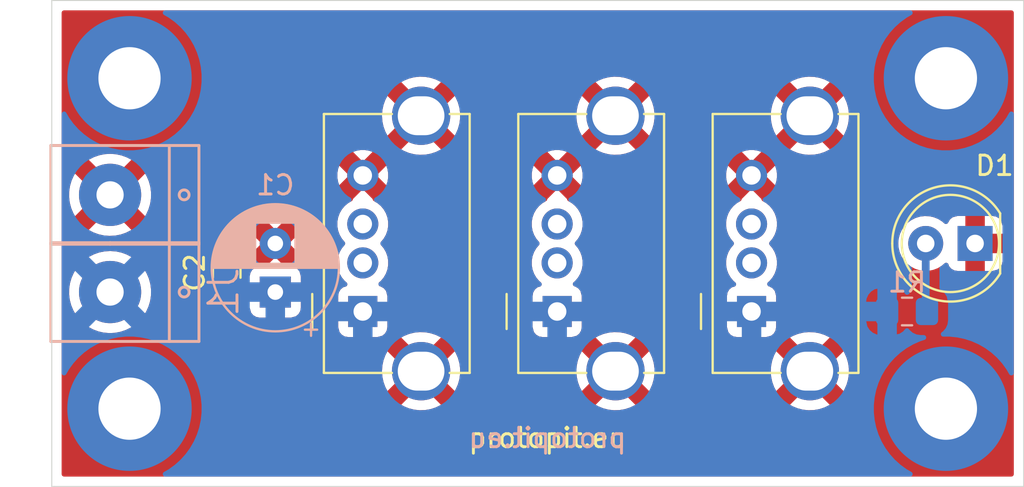
<source format=kicad_pcb>
(kicad_pcb (version 20200119) (host pcbnew "(5.99.0-1448-g534004674)")

  (general
    (thickness 1.6)
    (drawings 6)
    (tracks 4)
    (modules 13)
    (nets 10)
  )

  (page "A4")
  (layers
    (0 "F.Cu" signal)
    (31 "B.Cu" signal)
    (32 "B.Adhes" user)
    (33 "F.Adhes" user)
    (34 "B.Paste" user)
    (35 "F.Paste" user)
    (36 "B.SilkS" user)
    (37 "F.SilkS" user)
    (38 "B.Mask" user)
    (39 "F.Mask" user)
    (40 "Dwgs.User" user)
    (41 "Cmts.User" user)
    (42 "Eco1.User" user)
    (43 "Eco2.User" user)
    (44 "Edge.Cuts" user)
    (45 "Margin" user)
    (46 "B.CrtYd" user)
    (47 "F.CrtYd" user)
    (48 "B.Fab" user hide)
    (49 "F.Fab" user hide)
  )

  (setup
    (stackup
      (layer "F.SilkS" (type "Top Silk Screen"))
      (layer "F.Paste" (type "Top Solder Paste"))
      (layer "F.Mask" (type "Top Solder Mask") (color "Green") (thickness 0.01))
      (layer "F.Cu" (type "copper") (thickness 0.035))
      (layer "dielectric 1" (type "core") (thickness 1.51) (material "FR4") (epsilon_r 4.5) (loss_tangent 0.02))
      (layer "B.Cu" (type "copper") (thickness 0.035))
      (layer "B.Mask" (type "Bottom Solder Mask") (color "Green") (thickness 0.01))
      (layer "B.Paste" (type "Bottom Solder Paste"))
      (layer "B.SilkS" (type "Bottom Silk Screen"))
      (copper_finish "None")
      (dielectric_constraints no)
    )
    (last_trace_width 0.6)
    (user_trace_width 0.4)
    (user_trace_width 0.6)
    (user_trace_width 0.8)
    (trace_clearance 0.2)
    (zone_clearance 0.508)
    (zone_45_only no)
    (trace_min 0.2)
    (via_size 0.8)
    (via_drill 0.4)
    (via_min_size 0.4)
    (via_min_drill 0.3)
    (uvia_size 0.3)
    (uvia_drill 0.1)
    (uvias_allowed no)
    (uvia_min_size 0.2)
    (uvia_min_drill 0.1)
    (max_error 0.005)
    (defaults
      (edge_clearance 0.01)
      (edge_cuts_line_width 0.05)
      (courtyard_line_width 0.05)
      (copper_line_width 0.2)
      (copper_text_dims (size 1.5 1.5) (thickness 0.3))
      (silk_line_width 0.12)
      (silk_text_dims (size 1 1) (thickness 0.15))
      (other_layers_line_width 0.1)
      (other_layers_text_dims (size 1 1) (thickness 0.15))
      (dimension_units 0)
      (dimension_precision 1)
    )
    (pad_size 6.4 6.4)
    (pad_drill 3.2)
    (pad_to_mask_clearance 0.05)
    (aux_axis_origin 0 0)
    (grid_origin 163 92)
    (visible_elements FFFFFF7F)
    (pcbplotparams
      (layerselection 0x010fc_ffffffff)
      (usegerberextensions false)
      (usegerberattributes true)
      (usegerberadvancedattributes true)
      (creategerberjobfile true)
      (svguseinch false)
      (svgprecision 6)
      (excludeedgelayer true)
      (linewidth 0.100000)
      (plotframeref false)
      (viasonmask false)
      (mode 1)
      (useauxorigin false)
      (hpglpennumber 1)
      (hpglpenspeed 20)
      (hpglpendiameter 15.000000)
      (psnegative false)
      (psa4output false)
      (plotreference true)
      (plotvalue true)
      (plotinvisibletext false)
      (padsonsilk false)
      (subtractmaskfromsilk false)
      (outputformat 1)
      (mirror false)
      (drillshape 1)
      (scaleselection 1)
      (outputdirectory "")
    )
  )

  (net 0 "")
  (net 1 "GND")
  (net 2 "+5V")
  (net 3 "Net-(D1-Pad2)")
  (net 4 "Net-(J3-Pad3)")
  (net 5 "Net-(J3-Pad2)")
  (net 6 "Net-(J4-Pad3)")
  (net 7 "Net-(J4-Pad2)")
  (net 8 "Net-(J5-Pad3)")
  (net 9 "Net-(J5-Pad2)")

  (net_class "Default" "This is the default net class."
    (clearance 0.2)
    (trace_width 0.25)
    (via_dia 0.8)
    (via_drill 0.4)
    (uvia_dia 0.3)
    (uvia_drill 0.1)
    (add_net "+5V")
    (add_net "GND")
    (add_net "Net-(D1-Pad2)")
    (add_net "Net-(J3-Pad2)")
    (add_net "Net-(J3-Pad3)")
    (add_net "Net-(J4-Pad2)")
    (add_net "Net-(J4-Pad3)")
    (add_net "Net-(J5-Pad2)")
    (add_net "Net-(J5-Pad3)")
  )

  (module "MountingHole:MountingHole_3.2mm_M3_Pad" (layer "F.Cu") (tedit 5EB5C128) (tstamp 06d6a053-9e6a-4708-951b-bc511407d255)
    (at 209 113)
    (descr "Mounting Hole 3.2mm, M3")
    (tags "mounting hole 3.2mm m3")
    (attr virtual)
    (fp_text reference "REF**" (at 0 -4.2) (layer "F.SilkS") hide
      (effects (font (size 1 1) (thickness 0.15)))
    )
    (fp_text value "MountingHole_3.2mm_M3_Pad" (at 0 4.2) (layer "F.Fab")
      (effects (font (size 1 1) (thickness 0.15)))
    )
    (fp_text user "${REFERENCE}" (at 0.3 0) (layer "F.Fab")
      (effects (font (size 1 1) (thickness 0.15)))
    )
    (fp_circle (center 0 0) (end 3.2 0) (layer "Cmts.User") (width 0.15))
    (fp_circle (center 0 0) (end 3.45 0) (layer "F.CrtYd") (width 0.05))
    (pad "1" thru_hole circle (at 0 0) (size 6.4 6.4) (drill 3.2) (layers *.Cu *.Mask)
      (net 1 "GND") (zone_connect 2) (tstamp df3792e1-bb5d-45a5-955b-beed4c38bfcf))
  )

  (module "MountingHole:MountingHole_3.2mm_M3_Pad" (layer "F.Cu") (tedit 5EB5C130) (tstamp 06d6a053-9e6a-4708-951b-bc511407d255)
    (at 209 96)
    (descr "Mounting Hole 3.2mm, M3")
    (tags "mounting hole 3.2mm m3")
    (attr virtual)
    (fp_text reference "REF**" (at 0 -4.2) (layer "F.SilkS") hide
      (effects (font (size 1 1) (thickness 0.15)))
    )
    (fp_text value "MountingHole_3.2mm_M3_Pad" (at 0 4.2) (layer "F.Fab")
      (effects (font (size 1 1) (thickness 0.15)))
    )
    (fp_text user "${REFERENCE}" (at 0.3 0) (layer "F.Fab")
      (effects (font (size 1 1) (thickness 0.15)))
    )
    (fp_circle (center 0 0) (end 3.2 0) (layer "Cmts.User") (width 0.15))
    (fp_circle (center 0 0) (end 3.45 0) (layer "F.CrtYd") (width 0.05))
    (pad "1" thru_hole circle (at 0 0) (size 6.4 6.4) (drill 3.2) (layers *.Cu *.Mask)
      (net 1 "GND") (zone_connect 2) (tstamp df3792e1-bb5d-45a5-955b-beed4c38bfcf))
  )

  (module "MountingHole:MountingHole_3.2mm_M3_Pad" (layer "F.Cu") (tedit 5EB5C11F) (tstamp 06d6a053-9e6a-4708-951b-bc511407d255)
    (at 167 113)
    (descr "Mounting Hole 3.2mm, M3")
    (tags "mounting hole 3.2mm m3")
    (attr virtual)
    (fp_text reference "REF**" (at 0 -4.2) (layer "F.SilkS") hide
      (effects (font (size 1 1) (thickness 0.15)))
    )
    (fp_text value "MountingHole_3.2mm_M3_Pad" (at 0 4.2) (layer "F.Fab")
      (effects (font (size 1 1) (thickness 0.15)))
    )
    (fp_text user "${REFERENCE}" (at 0.3 0) (layer "F.Fab")
      (effects (font (size 1 1) (thickness 0.15)))
    )
    (fp_circle (center 0 0) (end 3.2 0) (layer "Cmts.User") (width 0.15))
    (fp_circle (center 0 0) (end 3.45 0) (layer "F.CrtYd") (width 0.05))
    (pad "1" thru_hole circle (at 0 0) (size 6.4 6.4) (drill 3.2) (layers *.Cu *.Mask)
      (net 1 "GND") (zone_connect 2) (tstamp df3792e1-bb5d-45a5-955b-beed4c38bfcf))
  )

  (module "MountingHole:MountingHole_3.2mm_M3_Pad" (layer "F.Cu") (tedit 5EB5C117) (tstamp 06d6a053-9e6a-4708-951b-bc511407d255)
    (at 167 96)
    (descr "Mounting Hole 3.2mm, M3")
    (tags "mounting hole 3.2mm m3")
    (attr virtual)
    (fp_text reference "REF**" (at 0 -4.2) (layer "F.SilkS") hide
      (effects (font (size 1 1) (thickness 0.15)))
    )
    (fp_text value "MountingHole_3.2mm_M3_Pad" (at 0 4.2) (layer "F.Fab")
      (effects (font (size 1 1) (thickness 0.15)))
    )
    (fp_text user "${REFERENCE}" (at 0.3 0) (layer "F.Fab")
      (effects (font (size 1 1) (thickness 0.15)))
    )
    (fp_circle (center 0 0) (end 3.2 0) (layer "Cmts.User") (width 0.15))
    (fp_circle (center 0 0) (end 3.45 0) (layer "F.CrtYd") (width 0.05))
    (pad "1" thru_hole circle (at 0 0) (size 6.4 6.4) (drill 3.2) (layers *.Cu *.Mask)
      (net 1 "GND") (zone_connect 2) (tstamp df3792e1-bb5d-45a5-955b-beed4c38bfcf))
  )

  (module "Resistor_SMD:R_0805_2012Metric_Pad1.15x1.40mm_HandSolder" (layer "B.Cu") (tedit 5B36C52B) (tstamp 9e8c9e96-11a7-4dad-a077-207ae4db7975)
    (at 207 108)
    (descr "Resistor SMD 0805 (2012 Metric), square (rectangular) end terminal, IPC_7351 nominal with elongated pad for handsoldering. (Body size source: https://docs.google.com/spreadsheets/d/1BsfQQcO9C6DZCsRaXUlFlo91Tg2WpOkGARC1WS5S8t0/edit?usp=sharing), generated with kicad-footprint-generator")
    (tags "resistor handsolder")
    (path "/00000000-0000-0000-0000-00005ebe84f8")
    (attr smd)
    (fp_text reference "R1" (at 0 -1.5) (layer "B.SilkS")
      (effects (font (size 1 1) (thickness 0.15)) (justify mirror))
    )
    (fp_text value "1k" (at 0 -1.65) (layer "B.Fab")
      (effects (font (size 1 1) (thickness 0.15)) (justify mirror))
    )
    (fp_line (start -1 -0.6) (end -1 0.6) (layer "B.Fab") (width 0.1))
    (fp_line (start -1 0.6) (end 1 0.6) (layer "B.Fab") (width 0.1))
    (fp_line (start 1 0.6) (end 1 -0.6) (layer "B.Fab") (width 0.1))
    (fp_line (start 1 -0.6) (end -1 -0.6) (layer "B.Fab") (width 0.1))
    (fp_line (start -0.261252 0.71) (end 0.261252 0.71) (layer "B.SilkS") (width 0.12))
    (fp_line (start -0.261252 -0.71) (end 0.261252 -0.71) (layer "B.SilkS") (width 0.12))
    (fp_line (start -1.85 -0.95) (end -1.85 0.95) (layer "B.CrtYd") (width 0.05))
    (fp_line (start -1.85 0.95) (end 1.85 0.95) (layer "B.CrtYd") (width 0.05))
    (fp_line (start 1.85 0.95) (end 1.85 -0.95) (layer "B.CrtYd") (width 0.05))
    (fp_line (start 1.85 -0.95) (end -1.85 -0.95) (layer "B.CrtYd") (width 0.05))
    (fp_text user "${REFERENCE}" (at 0 0) (layer "B.Fab")
      (effects (font (size 0.5 0.5) (thickness 0.08)) (justify mirror))
    )
    (pad "2" smd roundrect (at 1.025 0) (size 1.15 1.4) (layers "B.Cu" "B.Paste" "B.Mask") (roundrect_rratio 0.217391)
      (net 3 "Net-(D1-Pad2)") (tstamp 9e2ecb54-bf7e-443c-97e2-601eeec5a372))
    (pad "1" smd roundrect (at -1.025 0) (size 1.15 1.4) (layers "B.Cu" "B.Paste" "B.Mask") (roundrect_rratio 0.217391)
      (net 2 "+5V") (tstamp d030e970-388c-42e2-b805-4d327850693f))
    (model "${KISYS3DMOD}/Resistor_SMD.3dshapes/R_0805_2012Metric.wrl"
      (at (xyz 0 0 0))
      (scale (xyz 1 1 1))
      (rotate (xyz 0 0 0))
    )
  )

  (module "usb_connectors:USB_A_CVILUX_VERTICAL" (layer "F.Cu") (tedit 5EB5B4CC) (tstamp bbc39b58-bf40-4e93-bf34-6037d55761d4)
    (at 179 104.5 90)
    (descr "USB type A, Vertical, https://store.comet.bg/download-file.php?id=4892")
    (tags "USB_A Female Connector receptacle")
    (path "/00000000-0000-0000-0000-00005ebe3955")
    (fp_text reference "J5" (at 0 -3.19 90) (layer "F.SilkS") hide
      (effects (font (size 1 1) (thickness 0.15)))
    )
    (fp_text value "USB_A" (at 0 7 90) (layer "F.Fab")
      (effects (font (size 1 1) (thickness 0.15)))
    )
    (fp_line (start 6.75 -2) (end 6.75 1.25) (layer "F.CrtYd") (width 0.05))
    (fp_arc (start 6.57 3) (end 6.75 1.25) (angle 168.254711) (layer "F.CrtYd") (width 0.05))
    (fp_line (start 6.75 5.5) (end 6.75 4.75) (layer "F.CrtYd") (width 0.05))
    (fp_line (start -6.75 5.5) (end -6.75 4.75) (layer "F.CrtYd") (width 0.05))
    (fp_line (start -3.5 -1.27) (end -2.5 -2.27) (layer "F.Fab") (width 0.1))
    (fp_line (start -4 -2) (end -3.5 -1.27) (layer "F.Fab") (width 0.1))
    (fp_line (start -4.4 -2.6) (end -2.6 -2.6) (layer "F.SilkS") (width 0.12))
    (fp_line (start 6.66 4.47) (end 6.66 5.5) (layer "F.SilkS") (width 0.12))
    (fp_line (start -6.66 5.5) (end 6.66 5.5) (layer "F.SilkS") (width 0.12))
    (fp_line (start -6.55 5.5) (end -6.55 -2) (layer "F.Fab") (width 0.1))
    (fp_line (start 6.66 -2) (end 6.66 1.5) (layer "F.SilkS") (width 0.12))
    (fp_line (start -6.66 -2) (end -6.66 1.5) (layer "F.SilkS") (width 0.12))
    (fp_line (start -6.66 -2) (end 6.66 -2) (layer "F.SilkS") (width 0.12))
    (fp_arc (start -6.57 3) (end -6.75 1.25) (angle -168.2547434) (layer "F.CrtYd") (width 0.05))
    (fp_line (start -6.75 5.5) (end 6.75 5.5) (layer "F.CrtYd") (width 0.05))
    (fp_line (start -6.75 -2) (end -6.75 1.25) (layer "F.CrtYd") (width 0.05))
    (fp_line (start -6.75 -2) (end 6.75 -2) (layer "F.CrtYd") (width 0.05))
    (fp_line (start -6.5 5.5) (end 6.55 5.5) (layer "F.Fab") (width 0.1))
    (fp_line (start -6.66 5.5) (end -6.66 4.47) (layer "F.SilkS") (width 0.12))
    (fp_line (start 6.55 -2) (end 6.55 5.5) (layer "F.Fab") (width 0.1))
    (fp_line (start -6.55 -2) (end 6.55 -2) (layer "F.Fab") (width 0.1))
    (fp_text user "${REFERENCE}" (at 0 3.7 90) (layer "F.Fab")
      (effects (font (size 1 1) (thickness 0.15)))
    )
    (pad "4" thru_hole circle (at 3.5 0 90) (size 1.6 1.6) (drill 0.95) (layers *.Cu *.Mask)
      (net 1 "GND") (pinfunction "GND") (tstamp d6f7feb5-a1d9-4ba1-ac6c-303471c2b2a9))
    (pad "3" thru_hole circle (at 1 0 90) (size 1.6 1.6) (drill 0.95) (layers *.Cu *.Mask)
      (net 8 "Net-(J5-Pad3)") (pinfunction "D+") (tstamp 787fc195-c4f3-4232-bc23-78375c3824db))
    (pad "2" thru_hole circle (at -1 0 90) (size 1.6 1.6) (drill 0.95) (layers *.Cu *.Mask)
      (net 9 "Net-(J5-Pad2)") (pinfunction "D-") (tstamp cb5f492c-b3f3-4898-8813-e9af87d84b19))
    (pad "1" thru_hole rect (at -3.5 0 90) (size 1.6 1.5) (drill 0.95) (layers *.Cu *.Mask)
      (net 2 "+5V") (pinfunction "VBUS") (tstamp 68b7cef3-5082-4150-9a84-6ac9c8ada316))
    (pad "5" thru_hole circle (at 6.57 3 90) (size 3 3) (drill oval 2 2.4) (layers *.Cu *.Mask)
      (net 1 "GND") (pinfunction "Shield") (tstamp 5ad38a70-ace1-4e3a-831a-94906f17f57b))
    (pad "5" thru_hole circle (at -6.57 3 90) (size 3 3) (drill oval 2 2.4) (layers *.Cu *.Mask)
      (net 1 "GND") (pinfunction "Shield") (tstamp 6bc40d66-289e-42e7-95ab-97316a8f888b))
    (model "${KISYS3DMOD}/Connector_USB.3dshapes/USB_A_Molex_67643_Horizontal.wrl"
      (at (xyz 0 0 0))
      (scale (xyz 1 1 1))
      (rotate (xyz 0 0 0))
    )
  )

  (module "usb_connectors:USB_A_CVILUX_VERTICAL" (layer "F.Cu") (tedit 5EB5B4CC) (tstamp b11b1f98-99a7-4de3-b344-89a80030c32a)
    (at 199 104.5 90)
    (descr "USB type A, Vertical, https://store.comet.bg/download-file.php?id=4892")
    (tags "USB_A Female Connector receptacle")
    (path "/00000000-0000-0000-0000-00005ebe2a7b")
    (fp_text reference "J4" (at 0 -3.19 90) (layer "F.SilkS") hide
      (effects (font (size 1 1) (thickness 0.15)))
    )
    (fp_text value "USB_A" (at 0 7 90) (layer "F.Fab")
      (effects (font (size 1 1) (thickness 0.15)))
    )
    (fp_line (start 6.75 -2) (end 6.75 1.25) (layer "F.CrtYd") (width 0.05))
    (fp_arc (start 6.57 3) (end 6.75 1.25) (angle 168.254711) (layer "F.CrtYd") (width 0.05))
    (fp_line (start 6.75 5.5) (end 6.75 4.75) (layer "F.CrtYd") (width 0.05))
    (fp_line (start -6.75 5.5) (end -6.75 4.75) (layer "F.CrtYd") (width 0.05))
    (fp_line (start -3.5 -1.27) (end -2.5 -2.27) (layer "F.Fab") (width 0.1))
    (fp_line (start -4 -2) (end -3.5 -1.27) (layer "F.Fab") (width 0.1))
    (fp_line (start -4.4 -2.6) (end -2.6 -2.6) (layer "F.SilkS") (width 0.12))
    (fp_line (start 6.66 4.47) (end 6.66 5.5) (layer "F.SilkS") (width 0.12))
    (fp_line (start -6.66 5.5) (end 6.66 5.5) (layer "F.SilkS") (width 0.12))
    (fp_line (start -6.55 5.5) (end -6.55 -2) (layer "F.Fab") (width 0.1))
    (fp_line (start 6.66 -2) (end 6.66 1.5) (layer "F.SilkS") (width 0.12))
    (fp_line (start -6.66 -2) (end -6.66 1.5) (layer "F.SilkS") (width 0.12))
    (fp_line (start -6.66 -2) (end 6.66 -2) (layer "F.SilkS") (width 0.12))
    (fp_arc (start -6.57 3) (end -6.75 1.25) (angle -168.2547434) (layer "F.CrtYd") (width 0.05))
    (fp_line (start -6.75 5.5) (end 6.75 5.5) (layer "F.CrtYd") (width 0.05))
    (fp_line (start -6.75 -2) (end -6.75 1.25) (layer "F.CrtYd") (width 0.05))
    (fp_line (start -6.75 -2) (end 6.75 -2) (layer "F.CrtYd") (width 0.05))
    (fp_line (start -6.5 5.5) (end 6.55 5.5) (layer "F.Fab") (width 0.1))
    (fp_line (start -6.66 5.5) (end -6.66 4.47) (layer "F.SilkS") (width 0.12))
    (fp_line (start 6.55 -2) (end 6.55 5.5) (layer "F.Fab") (width 0.1))
    (fp_line (start -6.55 -2) (end 6.55 -2) (layer "F.Fab") (width 0.1))
    (fp_text user "${REFERENCE}" (at 0 3.7 90) (layer "F.Fab")
      (effects (font (size 1 1) (thickness 0.15)))
    )
    (pad "4" thru_hole circle (at 3.5 0 90) (size 1.6 1.6) (drill 0.95) (layers *.Cu *.Mask)
      (net 1 "GND") (pinfunction "GND") (tstamp d6f7feb5-a1d9-4ba1-ac6c-303471c2b2a9))
    (pad "3" thru_hole circle (at 1 0 90) (size 1.6 1.6) (drill 0.95) (layers *.Cu *.Mask)
      (net 6 "Net-(J4-Pad3)") (pinfunction "D+") (tstamp 787fc195-c4f3-4232-bc23-78375c3824db))
    (pad "2" thru_hole circle (at -1 0 90) (size 1.6 1.6) (drill 0.95) (layers *.Cu *.Mask)
      (net 7 "Net-(J4-Pad2)") (pinfunction "D-") (tstamp cb5f492c-b3f3-4898-8813-e9af87d84b19))
    (pad "1" thru_hole rect (at -3.5 0 90) (size 1.6 1.5) (drill 0.95) (layers *.Cu *.Mask)
      (net 2 "+5V") (pinfunction "VBUS") (tstamp 68b7cef3-5082-4150-9a84-6ac9c8ada316))
    (pad "5" thru_hole circle (at 6.57 3 90) (size 3 3) (drill oval 2 2.4) (layers *.Cu *.Mask)
      (net 1 "GND") (pinfunction "Shield") (tstamp 5ad38a70-ace1-4e3a-831a-94906f17f57b))
    (pad "5" thru_hole circle (at -6.57 3 90) (size 3 3) (drill oval 2 2.4) (layers *.Cu *.Mask)
      (net 1 "GND") (pinfunction "Shield") (tstamp 6bc40d66-289e-42e7-95ab-97316a8f888b))
    (model "${KISYS3DMOD}/Connector_USB.3dshapes/USB_A_Molex_67643_Horizontal.wrl"
      (at (xyz 0 0 0))
      (scale (xyz 1 1 1))
      (rotate (xyz 0 0 0))
    )
  )

  (module "usb_connectors:USB_A_CVILUX_VERTICAL" (layer "F.Cu") (tedit 5EB5B4CC) (tstamp b476dd0c-6310-4a2b-85f9-57c05a71ea6b)
    (at 189 104.5 90)
    (descr "USB type A, Vertical, https://store.comet.bg/download-file.php?id=4892")
    (tags "USB_A Female Connector receptacle")
    (path "/00000000-0000-0000-0000-00005ebc6140")
    (fp_text reference "J3" (at 0 -3.19 90) (layer "F.SilkS") hide
      (effects (font (size 1 1) (thickness 0.15)))
    )
    (fp_text value "USB_A" (at 0 7 90) (layer "F.Fab")
      (effects (font (size 1 1) (thickness 0.15)))
    )
    (fp_line (start 6.75 -2) (end 6.75 1.25) (layer "F.CrtYd") (width 0.05))
    (fp_arc (start 6.57 3) (end 6.75 1.25) (angle 168.254711) (layer "F.CrtYd") (width 0.05))
    (fp_line (start 6.75 5.5) (end 6.75 4.75) (layer "F.CrtYd") (width 0.05))
    (fp_line (start -6.75 5.5) (end -6.75 4.75) (layer "F.CrtYd") (width 0.05))
    (fp_line (start -3.5 -1.27) (end -2.5 -2.27) (layer "F.Fab") (width 0.1))
    (fp_line (start -4 -2) (end -3.5 -1.27) (layer "F.Fab") (width 0.1))
    (fp_line (start -4.4 -2.6) (end -2.6 -2.6) (layer "F.SilkS") (width 0.12))
    (fp_line (start 6.66 4.47) (end 6.66 5.5) (layer "F.SilkS") (width 0.12))
    (fp_line (start -6.66 5.5) (end 6.66 5.5) (layer "F.SilkS") (width 0.12))
    (fp_line (start -6.55 5.5) (end -6.55 -2) (layer "F.Fab") (width 0.1))
    (fp_line (start 6.66 -2) (end 6.66 1.5) (layer "F.SilkS") (width 0.12))
    (fp_line (start -6.66 -2) (end -6.66 1.5) (layer "F.SilkS") (width 0.12))
    (fp_line (start -6.66 -2) (end 6.66 -2) (layer "F.SilkS") (width 0.12))
    (fp_arc (start -6.57 3) (end -6.75 1.25) (angle -168.2547434) (layer "F.CrtYd") (width 0.05))
    (fp_line (start -6.75 5.5) (end 6.75 5.5) (layer "F.CrtYd") (width 0.05))
    (fp_line (start -6.75 -2) (end -6.75 1.25) (layer "F.CrtYd") (width 0.05))
    (fp_line (start -6.75 -2) (end 6.75 -2) (layer "F.CrtYd") (width 0.05))
    (fp_line (start -6.5 5.5) (end 6.55 5.5) (layer "F.Fab") (width 0.1))
    (fp_line (start -6.66 5.5) (end -6.66 4.47) (layer "F.SilkS") (width 0.12))
    (fp_line (start 6.55 -2) (end 6.55 5.5) (layer "F.Fab") (width 0.1))
    (fp_line (start -6.55 -2) (end 6.55 -2) (layer "F.Fab") (width 0.1))
    (fp_text user "${REFERENCE}" (at 0 3.7 90) (layer "F.Fab")
      (effects (font (size 1 1) (thickness 0.15)))
    )
    (pad "4" thru_hole circle (at 3.5 0 90) (size 1.6 1.6) (drill 0.95) (layers *.Cu *.Mask)
      (net 1 "GND") (pinfunction "GND") (tstamp d6f7feb5-a1d9-4ba1-ac6c-303471c2b2a9))
    (pad "3" thru_hole circle (at 1 0 90) (size 1.6 1.6) (drill 0.95) (layers *.Cu *.Mask)
      (net 4 "Net-(J3-Pad3)") (pinfunction "D+") (tstamp 787fc195-c4f3-4232-bc23-78375c3824db))
    (pad "2" thru_hole circle (at -1 0 90) (size 1.6 1.6) (drill 0.95) (layers *.Cu *.Mask)
      (net 5 "Net-(J3-Pad2)") (pinfunction "D-") (tstamp cb5f492c-b3f3-4898-8813-e9af87d84b19))
    (pad "1" thru_hole rect (at -3.5 0 90) (size 1.6 1.5) (drill 0.95) (layers *.Cu *.Mask)
      (net 2 "+5V") (pinfunction "VBUS") (tstamp 68b7cef3-5082-4150-9a84-6ac9c8ada316))
    (pad "5" thru_hole circle (at 6.57 3 90) (size 3 3) (drill oval 2 2.4) (layers *.Cu *.Mask)
      (net 1 "GND") (pinfunction "Shield") (tstamp 5ad38a70-ace1-4e3a-831a-94906f17f57b))
    (pad "5" thru_hole circle (at -6.57 3 90) (size 3 3) (drill oval 2 2.4) (layers *.Cu *.Mask)
      (net 1 "GND") (pinfunction "Shield") (tstamp 6bc40d66-289e-42e7-95ab-97316a8f888b))
    (model "${KISYS3DMOD}/Connector_USB.3dshapes/USB_A_Molex_67643_Horizontal.wrl"
      (at (xyz 0 0 0))
      (scale (xyz 1 1 1))
      (rotate (xyz 0 0 0))
    )
  )

  (module "connectors:1PIN_DG306" (layer "B.Cu") (tedit 5D98B52C) (tstamp 062bff9d-91f1-49e0-91d6-a17af58c9fa1)
    (at 166 102 -90)
    (path "/00000000-0000-0000-0000-00005ebeec84")
    (fp_text reference "J2" (at 0 -5.842 90) (layer "B.SilkS") hide
      (effects (font (size 1.5 1.5) (thickness 0.15)) (justify mirror))
    )
    (fp_text value "IN_5V" (at 0 7.366 90) (layer "B.Fab")
      (effects (font (size 1.5 1.5) (thickness 0.15)) (justify mirror))
    )
    (fp_line (start 0 2.54) (end 0 3.556) (layer "Dwgs.User") (width 0.15))
    (fp_line (start 0 3.556) (end 0.508 4.318) (layer "Dwgs.User") (width 0.15))
    (fp_line (start 0.508 4.318) (end 0 5.588) (layer "Dwgs.User") (width 0.15))
    (fp_circle (center 0 -3.81) (end 0 -4.064) (layer "B.SilkS") (width 0.15))
    (fp_line (start -2.54 -3.048) (end 2.54 -3.048) (layer "B.SilkS") (width 0.15))
    (fp_line (start -2.54 0) (end -2.54 3.048) (layer "B.SilkS") (width 0.15))
    (fp_line (start -2.54 3.048) (end 2.54 3.048) (layer "B.SilkS") (width 0.15))
    (fp_line (start 2.54 3.048) (end 2.54 0) (layer "B.SilkS") (width 0.15))
    (fp_line (start 2.54 0) (end 2.54 -4.572) (layer "B.SilkS") (width 0.15))
    (fp_line (start 2.54 -4.572) (end -2.54 -4.572) (layer "B.SilkS") (width 0.15))
    (fp_line (start -2.54 -4.572) (end -2.54 0) (layer "B.SilkS") (width 0.15))
    (pad "1" thru_hole circle (at 0 0 270) (size 3.2 3.2) (drill 1.4) (layers *.Cu *.Mask)
      (net 1 "GND") (pinfunction "Pin_1") (tstamp bdc48929-12b1-466b-99f2-c00954e1e1fc))
    (model "${KIPRJMOD}/connectors.pretty/dg306.x3d"
      (at (xyz 0 0 0))
      (scale (xyz 0.4 0.4 0.4))
      (rotate (xyz 90 180 0))
    )
  )

  (module "connectors:1PIN_DG306" (layer "B.Cu") (tedit 5D98B52C) (tstamp 81e25816-514c-4fa6-93bb-e8771a3ef8c6)
    (at 166 107 -90)
    (path "/00000000-0000-0000-0000-00005ebecac6")
    (fp_text reference "J1" (at 0 -5.842 -90) (layer "B.SilkS")
      (effects (font (size 1.5 1.5) (thickness 0.15)) (justify mirror))
    )
    (fp_text value "IN_5V" (at 0 7.366 -90) (layer "B.Fab")
      (effects (font (size 1.5 1.5) (thickness 0.15)) (justify mirror))
    )
    (fp_line (start 0 2.54) (end 0 3.556) (layer "Dwgs.User") (width 0.15))
    (fp_line (start 0 3.556) (end 0.508 4.318) (layer "Dwgs.User") (width 0.15))
    (fp_line (start 0.508 4.318) (end 0 5.588) (layer "Dwgs.User") (width 0.15))
    (fp_circle (center 0 -3.81) (end 0 -4.064) (layer "B.SilkS") (width 0.15))
    (fp_line (start -2.54 -3.048) (end 2.54 -3.048) (layer "B.SilkS") (width 0.15))
    (fp_line (start -2.54 0) (end -2.54 3.048) (layer "B.SilkS") (width 0.15))
    (fp_line (start -2.54 3.048) (end 2.54 3.048) (layer "B.SilkS") (width 0.15))
    (fp_line (start 2.54 3.048) (end 2.54 0) (layer "B.SilkS") (width 0.15))
    (fp_line (start 2.54 0) (end 2.54 -4.572) (layer "B.SilkS") (width 0.15))
    (fp_line (start 2.54 -4.572) (end -2.54 -4.572) (layer "B.SilkS") (width 0.15))
    (fp_line (start -2.54 -4.572) (end -2.54 0) (layer "B.SilkS") (width 0.15))
    (pad "1" thru_hole circle (at 0 0 270) (size 3.2 3.2) (drill 1.4) (layers *.Cu *.Mask)
      (net 2 "+5V") (pinfunction "Pin_1") (tstamp bdc48929-12b1-466b-99f2-c00954e1e1fc))
    (model "${KIPRJMOD}/connectors.pretty/dg306.x3d"
      (at (xyz 0 0 0))
      (scale (xyz 0.4 0.4 0.4))
      (rotate (xyz 90 180 0))
    )
  )

  (module "LED_THT:LED_D5.0mm" (layer "F.Cu") (tedit 5995936A) (tstamp e15d2e4d-f37c-4886-bc9c-0773bea5b611)
    (at 210.5 104.5 180)
    (descr "LED, diameter 5.0mm, 2 pins, http://cdn-reichelt.de/documents/datenblatt/A500/LL-504BC2E-009.pdf")
    (tags "LED diameter 5.0mm 2 pins")
    (path "/00000000-0000-0000-0000-00005ebe7bfe")
    (fp_text reference "D1" (at -1 4) (layer "F.SilkS")
      (effects (font (size 1 1) (thickness 0.15)))
    )
    (fp_text value "LED" (at 1.27 3.96) (layer "F.Fab")
      (effects (font (size 1 1) (thickness 0.15)))
    )
    (fp_arc (start 1.27 0) (end -1.23 -1.469694) (angle 299.1) (layer "F.Fab") (width 0.1))
    (fp_arc (start 1.27 0) (end -1.29 -1.54483) (angle 148.9) (layer "F.SilkS") (width 0.12))
    (fp_arc (start 1.27 0) (end -1.29 1.54483) (angle -148.9) (layer "F.SilkS") (width 0.12))
    (fp_circle (center 1.27 0) (end 3.77 0) (layer "F.Fab") (width 0.1))
    (fp_circle (center 1.27 0) (end 3.77 0) (layer "F.SilkS") (width 0.12))
    (fp_line (start -1.23 -1.469694) (end -1.23 1.469694) (layer "F.Fab") (width 0.1))
    (fp_line (start -1.29 -1.545) (end -1.29 1.545) (layer "F.SilkS") (width 0.12))
    (fp_line (start -1.95 -3.25) (end -1.95 3.25) (layer "F.CrtYd") (width 0.05))
    (fp_line (start -1.95 3.25) (end 4.5 3.25) (layer "F.CrtYd") (width 0.05))
    (fp_line (start 4.5 3.25) (end 4.5 -3.25) (layer "F.CrtYd") (width 0.05))
    (fp_line (start 4.5 -3.25) (end -1.95 -3.25) (layer "F.CrtYd") (width 0.05))
    (fp_text user "${REFERENCE}" (at 1.25 0) (layer "F.Fab")
      (effects (font (size 0.8 0.8) (thickness 0.2)))
    )
    (pad "2" thru_hole circle (at 2.54 0 180) (size 1.8 1.8) (drill 0.9) (layers *.Cu *.Mask)
      (net 3 "Net-(D1-Pad2)") (pinfunction "A") (tstamp e9d2f8a9-4758-4b7c-87c0-cbb4bab9ca31))
    (pad "1" thru_hole rect (at 0 0 180) (size 1.8 1.8) (drill 0.9) (layers *.Cu *.Mask)
      (net 1 "GND") (pinfunction "K") (tstamp d711e6a3-ca42-4d31-8146-0f4e8c80290a))
    (model "${KISYS3DMOD}/LED_THT.3dshapes/LED_D5.0mm.wrl"
      (at (xyz 0 0 0))
      (scale (xyz 1 1 1))
      (rotate (xyz 0 0 0))
    )
  )

  (module "Capacitor_SMD:C_0805_2012Metric_Pad1.15x1.40mm_HandSolder" (layer "F.Cu") (tedit 5B36C52B) (tstamp 1d2f95a2-2307-489d-ab6f-647c37a730fe)
    (at 172 106 90)
    (descr "Capacitor SMD 0805 (2012 Metric), square (rectangular) end terminal, IPC_7351 nominal with elongated pad for handsoldering. (Body size source: https://docs.google.com/spreadsheets/d/1BsfQQcO9C6DZCsRaXUlFlo91Tg2WpOkGARC1WS5S8t0/edit?usp=sharing), generated with kicad-footprint-generator")
    (tags "capacitor handsolder")
    (path "/00000000-0000-0000-0000-00005ebe51ec")
    (attr smd)
    (fp_text reference "C2" (at 0 -1.65 90) (layer "F.SilkS")
      (effects (font (size 1 1) (thickness 0.15)))
    )
    (fp_text value "100n" (at 0 1.65 90) (layer "F.Fab")
      (effects (font (size 1 1) (thickness 0.15)))
    )
    (fp_line (start -1 0.6) (end -1 -0.6) (layer "F.Fab") (width 0.1))
    (fp_line (start -1 -0.6) (end 1 -0.6) (layer "F.Fab") (width 0.1))
    (fp_line (start 1 -0.6) (end 1 0.6) (layer "F.Fab") (width 0.1))
    (fp_line (start 1 0.6) (end -1 0.6) (layer "F.Fab") (width 0.1))
    (fp_line (start -0.261252 -0.71) (end 0.261252 -0.71) (layer "F.SilkS") (width 0.12))
    (fp_line (start -0.261252 0.71) (end 0.261252 0.71) (layer "F.SilkS") (width 0.12))
    (fp_line (start -1.85 0.95) (end -1.85 -0.95) (layer "F.CrtYd") (width 0.05))
    (fp_line (start -1.85 -0.95) (end 1.85 -0.95) (layer "F.CrtYd") (width 0.05))
    (fp_line (start 1.85 -0.95) (end 1.85 0.95) (layer "F.CrtYd") (width 0.05))
    (fp_line (start 1.85 0.95) (end -1.85 0.95) (layer "F.CrtYd") (width 0.05))
    (fp_text user "${REFERENCE}" (at 0 0 90) (layer "F.Fab")
      (effects (font (size 0.5 0.5) (thickness 0.08)))
    )
    (pad "2" smd roundrect (at 1.025 0 90) (size 1.15 1.4) (layers "F.Cu" "F.Paste" "F.Mask") (roundrect_rratio 0.217391)
      (net 1 "GND") (tstamp 7452379f-e2a0-4276-893a-b0d4c49844f3))
    (pad "1" smd roundrect (at -1.025 0 90) (size 1.15 1.4) (layers "F.Cu" "F.Paste" "F.Mask") (roundrect_rratio 0.217391)
      (net 2 "+5V") (tstamp 01182276-e401-4165-ba18-1855d2a22a4c))
    (model "${KISYS3DMOD}/Capacitor_SMD.3dshapes/C_0805_2012Metric.wrl"
      (at (xyz 0 0 0))
      (scale (xyz 1 1 1))
      (rotate (xyz 0 0 0))
    )
  )

  (module "Capacitor_THT:CP_Radial_D6.3mm_P2.50mm" (layer "B.Cu") (tedit 5AE50EF0) (tstamp 2d32d686-7d82-4a0e-b0cf-8311fa6c8127)
    (at 174.5 107 90)
    (descr "CP, Radial series, Radial, pin pitch=2.50mm, , diameter=6.3mm, Electrolytic Capacitor")
    (tags "CP Radial series Radial pin pitch 2.50mm  diameter 6.3mm Electrolytic Capacitor")
    (path "/00000000-0000-0000-0000-00005ebe4954")
    (fp_text reference "C1" (at 5.5 0) (layer "B.SilkS")
      (effects (font (size 1 1) (thickness 0.15)) (justify mirror))
    )
    (fp_text value "100u" (at 1.25 -4.4 270) (layer "B.Fab")
      (effects (font (size 1 1) (thickness 0.15)) (justify mirror))
    )
    (fp_circle (center 1.25 0) (end 4.4 0) (layer "B.Fab") (width 0.1))
    (fp_circle (center 1.25 0) (end 4.52 0) (layer "B.SilkS") (width 0.12))
    (fp_circle (center 1.25 0) (end 4.65 0) (layer "B.CrtYd") (width 0.05))
    (fp_line (start -1.443972 1.3735) (end -0.813972 1.3735) (layer "B.Fab") (width 0.1))
    (fp_line (start -1.128972 1.6885) (end -1.128972 1.0585) (layer "B.Fab") (width 0.1))
    (fp_line (start 1.25 3.23) (end 1.25 -3.23) (layer "B.SilkS") (width 0.12))
    (fp_line (start 1.29 3.23) (end 1.29 -3.23) (layer "B.SilkS") (width 0.12))
    (fp_line (start 1.33 3.23) (end 1.33 -3.23) (layer "B.SilkS") (width 0.12))
    (fp_line (start 1.37 3.228) (end 1.37 -3.228) (layer "B.SilkS") (width 0.12))
    (fp_line (start 1.41 3.227) (end 1.41 -3.227) (layer "B.SilkS") (width 0.12))
    (fp_line (start 1.45 3.224) (end 1.45 -3.224) (layer "B.SilkS") (width 0.12))
    (fp_line (start 1.49 3.222) (end 1.49 1.04) (layer "B.SilkS") (width 0.12))
    (fp_line (start 1.49 -1.04) (end 1.49 -3.222) (layer "B.SilkS") (width 0.12))
    (fp_line (start 1.53 3.218) (end 1.53 1.04) (layer "B.SilkS") (width 0.12))
    (fp_line (start 1.53 -1.04) (end 1.53 -3.218) (layer "B.SilkS") (width 0.12))
    (fp_line (start 1.57 3.215) (end 1.57 1.04) (layer "B.SilkS") (width 0.12))
    (fp_line (start 1.57 -1.04) (end 1.57 -3.215) (layer "B.SilkS") (width 0.12))
    (fp_line (start 1.61 3.211) (end 1.61 1.04) (layer "B.SilkS") (width 0.12))
    (fp_line (start 1.61 -1.04) (end 1.61 -3.211) (layer "B.SilkS") (width 0.12))
    (fp_line (start 1.65 3.206) (end 1.65 1.04) (layer "B.SilkS") (width 0.12))
    (fp_line (start 1.65 -1.04) (end 1.65 -3.206) (layer "B.SilkS") (width 0.12))
    (fp_line (start 1.69 3.201) (end 1.69 1.04) (layer "B.SilkS") (width 0.12))
    (fp_line (start 1.69 -1.04) (end 1.69 -3.201) (layer "B.SilkS") (width 0.12))
    (fp_line (start 1.73 3.195) (end 1.73 1.04) (layer "B.SilkS") (width 0.12))
    (fp_line (start 1.73 -1.04) (end 1.73 -3.195) (layer "B.SilkS") (width 0.12))
    (fp_line (start 1.77 3.189) (end 1.77 1.04) (layer "B.SilkS") (width 0.12))
    (fp_line (start 1.77 -1.04) (end 1.77 -3.189) (layer "B.SilkS") (width 0.12))
    (fp_line (start 1.81 3.182) (end 1.81 1.04) (layer "B.SilkS") (width 0.12))
    (fp_line (start 1.81 -1.04) (end 1.81 -3.182) (layer "B.SilkS") (width 0.12))
    (fp_line (start 1.85 3.175) (end 1.85 1.04) (layer "B.SilkS") (width 0.12))
    (fp_line (start 1.85 -1.04) (end 1.85 -3.175) (layer "B.SilkS") (width 0.12))
    (fp_line (start 1.89 3.167) (end 1.89 1.04) (layer "B.SilkS") (width 0.12))
    (fp_line (start 1.89 -1.04) (end 1.89 -3.167) (layer "B.SilkS") (width 0.12))
    (fp_line (start 1.93 3.159) (end 1.93 1.04) (layer "B.SilkS") (width 0.12))
    (fp_line (start 1.93 -1.04) (end 1.93 -3.159) (layer "B.SilkS") (width 0.12))
    (fp_line (start 1.971 3.15) (end 1.971 1.04) (layer "B.SilkS") (width 0.12))
    (fp_line (start 1.971 -1.04) (end 1.971 -3.15) (layer "B.SilkS") (width 0.12))
    (fp_line (start 2.011 3.141) (end 2.011 1.04) (layer "B.SilkS") (width 0.12))
    (fp_line (start 2.011 -1.04) (end 2.011 -3.141) (layer "B.SilkS") (width 0.12))
    (fp_line (start 2.051 3.131) (end 2.051 1.04) (layer "B.SilkS") (width 0.12))
    (fp_line (start 2.051 -1.04) (end 2.051 -3.131) (layer "B.SilkS") (width 0.12))
    (fp_line (start 2.091 3.121) (end 2.091 1.04) (layer "B.SilkS") (width 0.12))
    (fp_line (start 2.091 -1.04) (end 2.091 -3.121) (layer "B.SilkS") (width 0.12))
    (fp_line (start 2.131 3.11) (end 2.131 1.04) (layer "B.SilkS") (width 0.12))
    (fp_line (start 2.131 -1.04) (end 2.131 -3.11) (layer "B.SilkS") (width 0.12))
    (fp_line (start 2.171 3.098) (end 2.171 1.04) (layer "B.SilkS") (width 0.12))
    (fp_line (start 2.171 -1.04) (end 2.171 -3.098) (layer "B.SilkS") (width 0.12))
    (fp_line (start 2.211 3.086) (end 2.211 1.04) (layer "B.SilkS") (width 0.12))
    (fp_line (start 2.211 -1.04) (end 2.211 -3.086) (layer "B.SilkS") (width 0.12))
    (fp_line (start 2.251 3.074) (end 2.251 1.04) (layer "B.SilkS") (width 0.12))
    (fp_line (start 2.251 -1.04) (end 2.251 -3.074) (layer "B.SilkS") (width 0.12))
    (fp_line (start 2.291 3.061) (end 2.291 1.04) (layer "B.SilkS") (width 0.12))
    (fp_line (start 2.291 -1.04) (end 2.291 -3.061) (layer "B.SilkS") (width 0.12))
    (fp_line (start 2.331 3.047) (end 2.331 1.04) (layer "B.SilkS") (width 0.12))
    (fp_line (start 2.331 -1.04) (end 2.331 -3.047) (layer "B.SilkS") (width 0.12))
    (fp_line (start 2.371 3.033) (end 2.371 1.04) (layer "B.SilkS") (width 0.12))
    (fp_line (start 2.371 -1.04) (end 2.371 -3.033) (layer "B.SilkS") (width 0.12))
    (fp_line (start 2.411 3.018) (end 2.411 1.04) (layer "B.SilkS") (width 0.12))
    (fp_line (start 2.411 -1.04) (end 2.411 -3.018) (layer "B.SilkS") (width 0.12))
    (fp_line (start 2.451 3.002) (end 2.451 1.04) (layer "B.SilkS") (width 0.12))
    (fp_line (start 2.451 -1.04) (end 2.451 -3.002) (layer "B.SilkS") (width 0.12))
    (fp_line (start 2.491 2.986) (end 2.491 1.04) (layer "B.SilkS") (width 0.12))
    (fp_line (start 2.491 -1.04) (end 2.491 -2.986) (layer "B.SilkS") (width 0.12))
    (fp_line (start 2.531 2.97) (end 2.531 1.04) (layer "B.SilkS") (width 0.12))
    (fp_line (start 2.531 -1.04) (end 2.531 -2.97) (layer "B.SilkS") (width 0.12))
    (fp_line (start 2.571 2.952) (end 2.571 1.04) (layer "B.SilkS") (width 0.12))
    (fp_line (start 2.571 -1.04) (end 2.571 -2.952) (layer "B.SilkS") (width 0.12))
    (fp_line (start 2.611 2.934) (end 2.611 1.04) (layer "B.SilkS") (width 0.12))
    (fp_line (start 2.611 -1.04) (end 2.611 -2.934) (layer "B.SilkS") (width 0.12))
    (fp_line (start 2.651 2.916) (end 2.651 1.04) (layer "B.SilkS") (width 0.12))
    (fp_line (start 2.651 -1.04) (end 2.651 -2.916) (layer "B.SilkS") (width 0.12))
    (fp_line (start 2.691 2.896) (end 2.691 1.04) (layer "B.SilkS") (width 0.12))
    (fp_line (start 2.691 -1.04) (end 2.691 -2.896) (layer "B.SilkS") (width 0.12))
    (fp_line (start 2.731 2.876) (end 2.731 1.04) (layer "B.SilkS") (width 0.12))
    (fp_line (start 2.731 -1.04) (end 2.731 -2.876) (layer "B.SilkS") (width 0.12))
    (fp_line (start 2.771 2.856) (end 2.771 1.04) (layer "B.SilkS") (width 0.12))
    (fp_line (start 2.771 -1.04) (end 2.771 -2.856) (layer "B.SilkS") (width 0.12))
    (fp_line (start 2.811 2.834) (end 2.811 1.04) (layer "B.SilkS") (width 0.12))
    (fp_line (start 2.811 -1.04) (end 2.811 -2.834) (layer "B.SilkS") (width 0.12))
    (fp_line (start 2.851 2.812) (end 2.851 1.04) (layer "B.SilkS") (width 0.12))
    (fp_line (start 2.851 -1.04) (end 2.851 -2.812) (layer "B.SilkS") (width 0.12))
    (fp_line (start 2.891 2.79) (end 2.891 1.04) (layer "B.SilkS") (width 0.12))
    (fp_line (start 2.891 -1.04) (end 2.891 -2.79) (layer "B.SilkS") (width 0.12))
    (fp_line (start 2.931 2.766) (end 2.931 1.04) (layer "B.SilkS") (width 0.12))
    (fp_line (start 2.931 -1.04) (end 2.931 -2.766) (layer "B.SilkS") (width 0.12))
    (fp_line (start 2.971 2.742) (end 2.971 1.04) (layer "B.SilkS") (width 0.12))
    (fp_line (start 2.971 -1.04) (end 2.971 -2.742) (layer "B.SilkS") (width 0.12))
    (fp_line (start 3.011 2.716) (end 3.011 1.04) (layer "B.SilkS") (width 0.12))
    (fp_line (start 3.011 -1.04) (end 3.011 -2.716) (layer "B.SilkS") (width 0.12))
    (fp_line (start 3.051 2.69) (end 3.051 1.04) (layer "B.SilkS") (width 0.12))
    (fp_line (start 3.051 -1.04) (end 3.051 -2.69) (layer "B.SilkS") (width 0.12))
    (fp_line (start 3.091 2.664) (end 3.091 1.04) (layer "B.SilkS") (width 0.12))
    (fp_line (start 3.091 -1.04) (end 3.091 -2.664) (layer "B.SilkS") (width 0.12))
    (fp_line (start 3.131 2.636) (end 3.131 1.04) (layer "B.SilkS") (width 0.12))
    (fp_line (start 3.131 -1.04) (end 3.131 -2.636) (layer "B.SilkS") (width 0.12))
    (fp_line (start 3.171 2.607) (end 3.171 1.04) (layer "B.SilkS") (width 0.12))
    (fp_line (start 3.171 -1.04) (end 3.171 -2.607) (layer "B.SilkS") (width 0.12))
    (fp_line (start 3.211 2.578) (end 3.211 1.04) (layer "B.SilkS") (width 0.12))
    (fp_line (start 3.211 -1.04) (end 3.211 -2.578) (layer "B.SilkS") (width 0.12))
    (fp_line (start 3.251 2.548) (end 3.251 1.04) (layer "B.SilkS") (width 0.12))
    (fp_line (start 3.251 -1.04) (end 3.251 -2.548) (layer "B.SilkS") (width 0.12))
    (fp_line (start 3.291 2.516) (end 3.291 1.04) (layer "B.SilkS") (width 0.12))
    (fp_line (start 3.291 -1.04) (end 3.291 -2.516) (layer "B.SilkS") (width 0.12))
    (fp_line (start 3.331 2.484) (end 3.331 1.04) (layer "B.SilkS") (width 0.12))
    (fp_line (start 3.331 -1.04) (end 3.331 -2.484) (layer "B.SilkS") (width 0.12))
    (fp_line (start 3.371 2.45) (end 3.371 1.04) (layer "B.SilkS") (width 0.12))
    (fp_line (start 3.371 -1.04) (end 3.371 -2.45) (layer "B.SilkS") (width 0.12))
    (fp_line (start 3.411 2.416) (end 3.411 1.04) (layer "B.SilkS") (width 0.12))
    (fp_line (start 3.411 -1.04) (end 3.411 -2.416) (layer "B.SilkS") (width 0.12))
    (fp_line (start 3.451 2.38) (end 3.451 1.04) (layer "B.SilkS") (width 0.12))
    (fp_line (start 3.451 -1.04) (end 3.451 -2.38) (layer "B.SilkS") (width 0.12))
    (fp_line (start 3.491 2.343) (end 3.491 1.04) (layer "B.SilkS") (width 0.12))
    (fp_line (start 3.491 -1.04) (end 3.491 -2.343) (layer "B.SilkS") (width 0.12))
    (fp_line (start 3.531 2.305) (end 3.531 1.04) (layer "B.SilkS") (width 0.12))
    (fp_line (start 3.531 -1.04) (end 3.531 -2.305) (layer "B.SilkS") (width 0.12))
    (fp_line (start 3.571 2.265) (end 3.571 -2.265) (layer "B.SilkS") (width 0.12))
    (fp_line (start 3.611 2.224) (end 3.611 -2.224) (layer "B.SilkS") (width 0.12))
    (fp_line (start 3.651 2.182) (end 3.651 -2.182) (layer "B.SilkS") (width 0.12))
    (fp_line (start 3.691 2.137) (end 3.691 -2.137) (layer "B.SilkS") (width 0.12))
    (fp_line (start 3.731 2.092) (end 3.731 -2.092) (layer "B.SilkS") (width 0.12))
    (fp_line (start 3.771 2.044) (end 3.771 -2.044) (layer "B.SilkS") (width 0.12))
    (fp_line (start 3.811 1.995) (end 3.811 -1.995) (layer "B.SilkS") (width 0.12))
    (fp_line (start 3.851 1.944) (end 3.851 -1.944) (layer "B.SilkS") (width 0.12))
    (fp_line (start 3.891 1.89) (end 3.891 -1.89) (layer "B.SilkS") (width 0.12))
    (fp_line (start 3.931 1.834) (end 3.931 -1.834) (layer "B.SilkS") (width 0.12))
    (fp_line (start 3.971 1.776) (end 3.971 -1.776) (layer "B.SilkS") (width 0.12))
    (fp_line (start 4.011 1.714) (end 4.011 -1.714) (layer "B.SilkS") (width 0.12))
    (fp_line (start 4.051 1.65) (end 4.051 -1.65) (layer "B.SilkS") (width 0.12))
    (fp_line (start 4.091 1.581) (end 4.091 -1.581) (layer "B.SilkS") (width 0.12))
    (fp_line (start 4.131 1.509) (end 4.131 -1.509) (layer "B.SilkS") (width 0.12))
    (fp_line (start 4.171 1.432) (end 4.171 -1.432) (layer "B.SilkS") (width 0.12))
    (fp_line (start 4.211 1.35) (end 4.211 -1.35) (layer "B.SilkS") (width 0.12))
    (fp_line (start 4.251 1.262) (end 4.251 -1.262) (layer "B.SilkS") (width 0.12))
    (fp_line (start 4.291 1.165) (end 4.291 -1.165) (layer "B.SilkS") (width 0.12))
    (fp_line (start 4.331 1.059) (end 4.331 -1.059) (layer "B.SilkS") (width 0.12))
    (fp_line (start 4.371 0.94) (end 4.371 -0.94) (layer "B.SilkS") (width 0.12))
    (fp_line (start 4.411 0.802) (end 4.411 -0.802) (layer "B.SilkS") (width 0.12))
    (fp_line (start 4.451 0.633) (end 4.451 -0.633) (layer "B.SilkS") (width 0.12))
    (fp_line (start 4.491 0.402) (end 4.491 -0.402) (layer "B.SilkS") (width 0.12))
    (fp_line (start -2.250241 1.839) (end -1.620241 1.839) (layer "B.SilkS") (width 0.12))
    (fp_line (start -1.935241 2.154) (end -1.935241 1.524) (layer "B.SilkS") (width 0.12))
    (fp_text user "${REFERENCE}" (at 1.25 0 270) (layer "B.Fab")
      (effects (font (size 1 1) (thickness 0.15)) (justify mirror))
    )
    (pad "2" thru_hole circle (at 2.5 0 90) (size 1.6 1.6) (drill 0.8) (layers *.Cu *.Mask)
      (net 1 "GND") (tstamp 73a2e299-0759-4abb-93d1-ba12aa813fd3))
    (pad "1" thru_hole rect (at 0 0 90) (size 1.6 1.6) (drill 0.8) (layers *.Cu *.Mask)
      (net 2 "+5V") (tstamp aecc2ebf-1e1d-438c-9070-f81af216551b))
    (model "${KISYS3DMOD}/Capacitor_THT.3dshapes/CP_Radial_D6.3mm_P2.50mm.wrl"
      (at (xyz 0 0 0))
      (scale (xyz 1 1 1))
      (rotate (xyz 0 0 0))
    )
  )

  (gr_text "protopit.eu" (at 188.5 114.5) (layer "B.SilkS") (tstamp 7399fc3f-71d4-48a6-8c6d-ea8bf6708f24)
    (effects (font (size 1 1) (thickness 0.15)) (justify mirror))
  )
  (gr_text "protopit.eu" (at 188.5 114.5) (layer "F.SilkS") (tstamp 7399fc3f-71d4-48a6-8c6d-ea8bf6708f24)
    (effects (font (size 1 1) (thickness 0.15)))
  )
  (gr_line (start 163 117) (end 163 92) (layer "Edge.Cuts") (width 0.05) (tstamp f61d4bd0-e234-4dd5-8b52-a75ae7c0bff0))
  (gr_line (start 213 117) (end 163 117) (layer "Edge.Cuts") (width 0.05) (tstamp 73012502-b439-44a3-b214-1dcbb7247ff6))
  (gr_line (start 213 92) (end 213 117) (layer "Edge.Cuts") (width 0.05) (tstamp 225b22a5-cbd4-46ed-8198-d7090ce27b57))
  (gr_line (start 163 92) (end 213 92) (layer "Edge.Cuts") (width 0.05) (tstamp de0e0f2e-ef0a-498b-bda8-fdda1a23ad8a))

  (segment (start 174.5 107) (end 172.025 107) (width 0.6) (layer "F.Cu") (net 2) (tstamp 2b934b85-ebac-4671-b3c1-a3e2fda91181))
  (segment (start 172.025 107) (end 172 107.025) (width 0.6) (layer "F.Cu") (net 2) (tstamp af38892b-7270-4259-8e67-063ab3929828))
  (segment (start 207.96 104.5) (end 207.96 107.935) (width 0.4) (layer "B.Cu") (net 3) (tstamp 3cdfd2bb-328e-48c3-9713-d702cd038901))
  (segment (start 207.96 107.935) (end 208.025 108) (width 0.4) (layer "B.Cu") (net 3) (tstamp deeaf32b-9f40-458c-895e-ef6b735ed13d))

  (zone (net 2) (net_name "+5V") (layer "B.Cu") (tstamp ccaf4742-df2c-4bbb-ba3b-0185ea588e40) (hatch edge 0.508)
    (connect_pads (clearance 0.508))
    (min_thickness 0.254)
    (fill yes (thermal_gap 0.508) (thermal_bridge_width 1))
    (polygon
      (pts
        (xy 213 117) (xy 163 117) (xy 163 92) (xy 213 92)
      )
    )
    (filled_polygon
      (pts
        (xy 206.91185 92.778473) (xy 206.906315 92.782067) (xy 206.586548 93.014392) (xy 206.58142 93.018545) (xy 206.287688 93.283021)
        (xy 206.283021 93.287688) (xy 206.018545 93.58142) (xy 206.014392 93.586548) (xy 205.782067 93.906315) (xy 205.778473 93.91185)
        (xy 205.580845 94.25415) (xy 205.577849 94.26003) (xy 205.417085 94.621113) (xy 205.41472 94.627274) (xy 205.292579 95.003184)
        (xy 205.290871 95.009558) (xy 205.208693 95.396176) (xy 205.207661 95.402693) (xy 205.166346 95.795783) (xy 205.166001 95.802373)
        (xy 205.166001 96.197627) (xy 205.166346 96.204217) (xy 205.207661 96.597307) (xy 205.208693 96.603824) (xy 205.290871 96.990442)
        (xy 205.292579 96.996816) (xy 205.41472 97.372726) (xy 205.417085 97.378887) (xy 205.577849 97.73997) (xy 205.580845 97.74585)
        (xy 205.778473 98.08815) (xy 205.782067 98.093685) (xy 206.014392 98.413452) (xy 206.018545 98.41858) (xy 206.283021 98.712312)
        (xy 206.287688 98.716979) (xy 206.58142 98.981455) (xy 206.586548 98.985608) (xy 206.906315 99.217933) (xy 206.91185 99.221527)
        (xy 207.25415 99.419155) (xy 207.26003 99.422151) (xy 207.621113 99.582915) (xy 207.627274 99.58528) (xy 208.003184 99.707421)
        (xy 208.009558 99.709129) (xy 208.396176 99.791307) (xy 208.402693 99.792339) (xy 208.795783 99.833654) (xy 208.802373 99.833999)
        (xy 209.197627 99.833999) (xy 209.204217 99.833654) (xy 209.597307 99.792339) (xy 209.603824 99.791307) (xy 209.990442 99.709129)
        (xy 209.996816 99.707421) (xy 210.372726 99.58528) (xy 210.378887 99.582915) (xy 210.73997 99.422151) (xy 210.74585 99.419155)
        (xy 211.08815 99.221527) (xy 211.093685 99.217933) (xy 211.413452 98.985608) (xy 211.41858 98.981455) (xy 211.712312 98.716979)
        (xy 211.716979 98.712312) (xy 211.981455 98.41858) (xy 211.985608 98.413452) (xy 212.217933 98.093685) (xy 212.221527 98.08815)
        (xy 212.366 97.837917) (xy 212.366001 111.162085) (xy 212.221527 110.91185) (xy 212.217933 110.906315) (xy 211.985608 110.586548)
        (xy 211.981455 110.58142) (xy 211.716979 110.287688) (xy 211.712312 110.283021) (xy 211.41858 110.018545) (xy 211.413452 110.014392)
        (xy 211.093685 109.782067) (xy 211.08815 109.778473) (xy 210.74585 109.580845) (xy 210.73997 109.577849) (xy 210.378887 109.417085)
        (xy 210.372726 109.41472) (xy 209.996816 109.292579) (xy 209.990442 109.290871) (xy 209.603824 109.208693) (xy 209.597307 109.207661)
        (xy 209.204217 109.166346) (xy 209.197627 109.166001) (xy 208.864407 109.166001) (xy 208.92462 109.127304) (xy 208.938241 109.115501)
        (xy 209.092783 108.937151) (xy 209.102527 108.921989) (xy 209.200561 108.707324) (xy 209.205639 108.690031) (xy 209.238582 108.460907)
        (xy 209.239224 108.45193) (xy 209.239224 107.545816) (xy 209.23778 107.532386) (xy 209.164745 107.196647) (xy 209.156115 107.175812)
        (xy 209.027304 106.97538) (xy 209.015501 106.961759) (xy 208.837151 106.807217) (xy 208.821988 106.797473) (xy 208.796 106.785605)
        (xy 208.796 105.787682) (xy 208.850506 105.755319) (xy 208.859189 105.749114) (xy 209.012338 105.618773) (xy 209.035137 105.703859)
        (xy 209.04788 105.728339) (xy 209.17899 105.88459) (xy 209.195879 105.898761) (xy 209.37012 105.999359) (xy 209.390837 106.0069)
        (xy 209.583538 106.040878) (xy 209.594499 106.041837) (xy 211.408258 106.041837) (xy 211.424634 106.039681) (xy 211.703859 105.964863)
        (xy 211.728339 105.95212) (xy 211.88459 105.82101) (xy 211.898761 105.804121) (xy 211.999359 105.62988) (xy 212.0069 105.609163)
        (xy 212.040878 105.416462) (xy 212.041837 105.405501) (xy 212.041837 103.591742) (xy 212.039681 103.575366) (xy 211.964863 103.296142)
        (xy 211.95212 103.271662) (xy 211.82101 103.11541) (xy 211.804121 103.101239) (xy 211.62988 103.000641) (xy 211.609163 102.9931)
        (xy 211.416462 102.959122) (xy 211.405501 102.958163) (xy 209.591742 102.958163) (xy 209.575366 102.960319) (xy 209.296142 103.035137)
        (xy 209.271662 103.04788) (xy 209.11541 103.17899) (xy 209.101239 103.195879) (xy 209.000641 103.37012) (xy 208.999998 103.371886)
        (xy 208.883003 103.268378) (xy 208.87444 103.262007) (xy 208.662291 103.13047) (xy 208.652778 103.125633) (xy 208.4215 103.031721)
        (xy 208.411308 103.028556) (xy 208.167513 102.974954) (xy 208.156934 102.973552) (xy 207.907592 102.961794) (xy 207.896928 102.962194)
        (xy 207.64917 102.992614) (xy 207.638725 102.994806) (xy 207.399635 103.066537) (xy 207.389709 103.070457) (xy 207.166123 103.181446)
        (xy 207.157 103.186982) (xy 206.955311 103.334056) (xy 206.94725 103.341051) (xy 206.773225 103.520005) (xy 206.766459 103.528257)
        (xy 206.625073 103.733974) (xy 206.619793 103.743249) (xy 206.51509 103.969847) (xy 206.511448 103.979879) (xy 206.446422 104.220878)
        (xy 206.444523 104.23138) (xy 206.421032 104.479891) (xy 206.42093 104.490562) (xy 206.439646 104.739477) (xy 206.441343 104.750013)
        (xy 206.501731 104.992218) (xy 206.505179 105.002317) (xy 206.605512 105.230884) (xy 206.610613 105.240258) (xy 206.748023 105.44865)
        (xy 206.75463 105.457031) (xy 206.925187 105.639294) (xy 206.933112 105.646442) (xy 207.124 105.791334) (xy 207.124001 106.873892)
        (xy 207.111759 106.884499) (xy 207.001026 107.012291) (xy 206.977304 106.97538) (xy 206.965501 106.961759) (xy 206.787151 106.807217)
        (xy 206.771989 106.797473) (xy 206.557324 106.699439) (xy 206.54003 106.694361) (xy 206.435974 106.679401) (xy 206.349 106.754765)
        (xy 206.349 109.234879) (xy 206.442878 109.310531) (xy 206.653353 109.264745) (xy 206.674187 109.256115) (xy 206.87462 109.127304)
        (xy 206.888241 109.115501) (xy 206.998974 108.987709) (xy 207.022696 109.02462) (xy 207.034499 109.038241) (xy 207.212849 109.192783)
        (xy 207.228011 109.202527) (xy 207.442676 109.300561) (xy 207.459969 109.305639) (xy 207.689093 109.338582) (xy 207.69807 109.339224)
        (xy 207.859626 109.339224) (xy 207.627274 109.41472) (xy 207.621113 109.417085) (xy 207.26003 109.577849) (xy 207.25415 109.580845)
        (xy 206.91185 109.778473) (xy 206.906315 109.782067) (xy 206.586548 110.014392) (xy 206.58142 110.018545) (xy 206.287688 110.283021)
        (xy 206.283021 110.287688) (xy 206.018545 110.58142) (xy 206.014392 110.586548) (xy 205.782067 110.906315) (xy 205.778473 110.91185)
        (xy 205.580845 111.25415) (xy 205.577849 111.26003) (xy 205.417085 111.621113) (xy 205.41472 111.627274) (xy 205.292579 112.003184)
        (xy 205.290871 112.009558) (xy 205.208693 112.396176) (xy 205.207661 112.402693) (xy 205.166346 112.795783) (xy 205.166001 112.802373)
        (xy 205.166001 113.197627) (xy 205.166346 113.204217) (xy 205.207661 113.597307) (xy 205.208693 113.603824) (xy 205.290871 113.990442)
        (xy 205.292579 113.996816) (xy 205.41472 114.372726) (xy 205.417085 114.378887) (xy 205.577849 114.73997) (xy 205.580845 114.74585)
        (xy 205.778473 115.08815) (xy 205.782067 115.093685) (xy 206.014392 115.413452) (xy 206.018545 115.41858) (xy 206.283021 115.712312)
        (xy 206.287688 115.716979) (xy 206.58142 115.981455) (xy 206.586548 115.985608) (xy 206.906315 116.217933) (xy 206.91185 116.221527)
        (xy 207.162083 116.366) (xy 168.837917 116.366) (xy 169.08815 116.221527) (xy 169.093685 116.217933) (xy 169.413452 115.985608)
        (xy 169.41858 115.981455) (xy 169.712312 115.716979) (xy 169.716979 115.712312) (xy 169.981455 115.41858) (xy 169.985608 115.413452)
        (xy 170.217933 115.093685) (xy 170.221527 115.08815) (xy 170.419155 114.74585) (xy 170.422151 114.73997) (xy 170.582915 114.378887)
        (xy 170.58528 114.372726) (xy 170.707421 113.996816) (xy 170.709129 113.990442) (xy 170.791307 113.603824) (xy 170.792339 113.597307)
        (xy 170.833654 113.204217) (xy 170.833999 113.197627) (xy 170.833999 112.802373) (xy 170.833654 112.795783) (xy 170.792339 112.402693)
        (xy 170.791307 112.396176) (xy 170.709129 112.009558) (xy 170.707421 112.003184) (xy 170.58528 111.627274) (xy 170.582915 111.621113)
        (xy 170.422151 111.26003) (xy 170.419155 111.25415) (xy 170.310296 111.0656) (xy 179.861097 111.0656) (xy 179.861097 111.0744)
        (xy 179.8813 111.36332) (xy 179.882525 111.372035) (xy 179.942741 111.655332) (xy 179.945167 111.663791) (xy 180.044226 111.93595)
        (xy 180.047805 111.943989) (xy 180.183775 112.199714) (xy 180.188439 112.207177) (xy 180.358677 112.44149) (xy 180.364334 112.448231)
        (xy 180.565525 112.65657) (xy 180.572064 112.662458) (xy 180.800293 112.84077) (xy 180.807588 112.845691) (xy 181.058411 112.990504)
        (xy 181.066321 112.994362) (xy 181.334858 113.102858) (xy 181.343228 113.105578) (xy 181.62425 113.175644) (xy 181.632916 113.177172)
        (xy 181.920956 113.207447) (xy 181.929751 113.207754) (xy 182.219201 113.197646) (xy 182.227953 113.196726) (xy 182.513178 113.146433)
        (xy 182.521716 113.144304) (xy 182.797168 113.054804) (xy 182.805327 113.051508) (xy 183.065641 112.924544) (xy 183.073263 112.920144)
        (xy 183.313373 112.758187) (xy 183.320308 112.752769) (xy 183.535541 112.558972) (xy 183.541654 112.552642) (xy 183.727823 112.330776)
        (xy 183.732995 112.323656) (xy 183.886474 112.078039) (xy 183.890605 112.070269) (xy 184.008406 111.805682) (xy 184.011416 111.797413)
        (xy 184.091248 111.519007) (xy 184.093077 111.510399) (xy 184.133386 111.223592) (xy 184.134 111.214813) (xy 184.134 111.0656)
        (xy 189.861097 111.0656) (xy 189.861097 111.0744) (xy 189.8813 111.36332) (xy 189.882525 111.372035) (xy 189.942741 111.655332)
        (xy 189.945167 111.663791) (xy 190.044226 111.93595) (xy 190.047805 111.943989) (xy 190.183775 112.199714) (xy 190.188439 112.207177)
        (xy 190.358677 112.44149) (xy 190.364334 112.448231) (xy 190.565525 112.65657) (xy 190.572064 112.662458) (xy 190.800293 112.84077)
        (xy 190.807588 112.845691) (xy 191.058411 112.990504) (xy 191.066321 112.994362) (xy 191.334858 113.102858) (xy 191.343228 113.105578)
        (xy 191.62425 113.175644) (xy 191.632916 113.177172) (xy 191.920956 113.207447) (xy 191.929751 113.207754) (xy 192.219201 113.197646)
        (xy 192.227953 113.196726) (xy 192.513178 113.146433) (xy 192.521716 113.144304) (xy 192.797168 113.054804) (xy 192.805327 113.051508)
        (xy 193.065641 112.924544) (xy 193.073263 112.920144) (xy 193.313373 112.758187) (xy 193.320308 112.752769) (xy 193.535541 112.558972)
        (xy 193.541654 112.552642) (xy 193.727823 112.330776) (xy 193.732995 112.323656) (xy 193.886474 112.078039) (xy 193.890605 112.070269)
        (xy 194.008406 111.805682) (xy 194.011416 111.797413) (xy 194.091248 111.519007) (xy 194.093077 111.510399) (xy 194.133386 111.223592)
        (xy 194.134 111.214813) (xy 194.134 111.0656) (xy 199.861097 111.0656) (xy 199.861097 111.0744) (xy 199.8813 111.36332)
        (xy 199.882525 111.372035) (xy 199.942741 111.655332) (xy 199.945167 111.663791) (xy 200.044226 111.93595) (xy 200.047805 111.943989)
        (xy 200.183775 112.199714) (xy 200.188439 112.207177) (xy 200.358677 112.44149) (xy 200.364334 112.448231) (xy 200.565525 112.65657)
        (xy 200.572064 112.662458) (xy 200.800293 112.84077) (xy 200.807588 112.845691) (xy 201.058411 112.990504) (xy 201.066321 112.994362)
        (xy 201.334858 113.102858) (xy 201.343228 113.105578) (xy 201.62425 113.175644) (xy 201.632916 113.177172) (xy 201.920956 113.207447)
        (xy 201.929751 113.207754) (xy 202.219201 113.197646) (xy 202.227953 113.196726) (xy 202.513178 113.146433) (xy 202.521716 113.144304)
        (xy 202.797168 113.054804) (xy 202.805327 113.051508) (xy 203.065641 112.924544) (xy 203.073263 112.920144) (xy 203.313373 112.758187)
        (xy 203.320308 112.752769) (xy 203.535541 112.558972) (xy 203.541654 112.552642) (xy 203.727823 112.330776) (xy 203.732995 112.323656)
        (xy 203.886474 112.078039) (xy 203.890605 112.070269) (xy 204.008406 111.805682) (xy 204.011416 111.797413) (xy 204.091248 111.519007)
        (xy 204.093077 111.510399) (xy 204.133386 111.223592) (xy 204.134 111.214813) (xy 204.134 110.925187) (xy 204.133386 110.916408)
        (xy 204.093077 110.629601) (xy 204.091248 110.620993) (xy 204.011416 110.342587) (xy 204.008406 110.334318) (xy 203.890605 110.069731)
        (xy 203.886474 110.061961) (xy 203.732995 109.816344) (xy 203.727823 109.809224) (xy 203.541654 109.587358) (xy 203.535541 109.581028)
        (xy 203.320308 109.387231) (xy 203.313373 109.381813) (xy 203.073263 109.219856) (xy 203.065641 109.215456) (xy 202.805327 109.088492)
        (xy 202.797168 109.085196) (xy 202.521716 108.995696) (xy 202.513178 108.993567) (xy 202.227953 108.943274) (xy 202.219201 108.942354)
        (xy 201.929751 108.932246) (xy 201.920956 108.932553) (xy 201.632916 108.962828) (xy 201.62425 108.964356) (xy 201.343228 109.034422)
        (xy 201.334858 109.037142) (xy 201.066321 109.145638) (xy 201.058411 109.149496) (xy 200.807588 109.294309) (xy 200.800293 109.29923)
        (xy 200.572064 109.477542) (xy 200.565525 109.48343) (xy 200.364334 109.691769) (xy 200.358677 109.69851) (xy 200.188439 109.932823)
        (xy 200.183775 109.940286) (xy 200.047805 110.196011) (xy 200.044226 110.20405) (xy 199.945167 110.476209) (xy 199.942741 110.484668)
        (xy 199.882525 110.767965) (xy 199.8813 110.77668) (xy 199.861097 111.0656) (xy 194.134 111.0656) (xy 194.134 110.925187)
        (xy 194.133386 110.916408) (xy 194.093077 110.629601) (xy 194.091248 110.620993) (xy 194.011416 110.342587) (xy 194.008406 110.334318)
        (xy 193.890605 110.069731) (xy 193.886474 110.061961) (xy 193.732995 109.816344) (xy 193.727823 109.809224) (xy 193.541654 109.587358)
        (xy 193.535541 109.581028) (xy 193.320308 109.387231) (xy 193.313373 109.381813) (xy 193.073263 109.219856) (xy 193.065641 109.215456)
        (xy 192.805327 109.088492) (xy 192.797168 109.085196) (xy 192.521716 108.995696) (xy 192.513178 108.993567) (xy 192.227953 108.943274)
        (xy 192.219201 108.942354) (xy 191.929751 108.932246) (xy 191.920956 108.932553) (xy 191.632916 108.962828) (xy 191.62425 108.964356)
        (xy 191.343228 109.034422) (xy 191.334858 109.037142) (xy 191.066321 109.145638) (xy 191.058411 109.149496) (xy 190.807588 109.294309)
        (xy 190.800293 109.29923) (xy 190.572064 109.477542) (xy 190.565525 109.48343) (xy 190.364334 109.691769) (xy 190.358677 109.69851)
        (xy 190.188439 109.932823) (xy 190.183775 109.940286) (xy 190.047805 110.196011) (xy 190.044226 110.20405) (xy 189.945167 110.476209)
        (xy 189.942741 110.484668) (xy 189.882525 110.767965) (xy 189.8813 110.77668) (xy 189.861097 111.0656) (xy 184.134 111.0656)
        (xy 184.134 110.925187) (xy 184.133386 110.916408) (xy 184.093077 110.629601) (xy 184.091248 110.620993) (xy 184.011416 110.342587)
        (xy 184.008406 110.334318) (xy 183.890605 110.069731) (xy 183.886474 110.061961) (xy 183.732995 109.816344) (xy 183.727823 109.809224)
        (xy 183.541654 109.587358) (xy 183.535541 109.581028) (xy 183.320308 109.387231) (xy 183.313373 109.381813) (xy 183.073263 109.219856)
        (xy 183.065641 109.215456) (xy 182.805327 109.088492) (xy 182.797168 109.085196) (xy 182.521716 108.995696) (xy 182.513178 108.993567)
        (xy 182.227953 108.943274) (xy 182.219201 108.942354) (xy 181.929751 108.932246) (xy 181.920956 108.932553) (xy 181.632916 108.962828)
        (xy 181.62425 108.964356) (xy 181.343228 109.034422) (xy 181.334858 109.037142) (xy 181.066321 109.145638) (xy 181.058411 109.149496)
        (xy 180.807588 109.294309) (xy 180.800293 109.29923) (xy 180.572064 109.477542) (xy 180.565525 109.48343) (xy 180.364334 109.691769)
        (xy 180.358677 109.69851) (xy 180.188439 109.932823) (xy 180.183775 109.940286) (xy 180.047805 110.196011) (xy 180.044226 110.20405)
        (xy 179.945167 110.476209) (xy 179.942741 110.484668) (xy 179.882525 110.767965) (xy 179.8813 110.77668) (xy 179.861097 111.0656)
        (xy 170.310296 111.0656) (xy 170.221527 110.91185) (xy 170.217933 110.906315) (xy 169.985608 110.586548) (xy 169.981455 110.58142)
        (xy 169.716979 110.287688) (xy 169.712312 110.283021) (xy 169.41858 110.018545) (xy 169.413452 110.014392) (xy 169.093685 109.782067)
        (xy 169.08815 109.778473) (xy 168.74585 109.580845) (xy 168.73997 109.577849) (xy 168.378887 109.417085) (xy 168.372726 109.41472)
        (xy 167.996816 109.292579) (xy 167.990442 109.290871) (xy 167.603824 109.208693) (xy 167.597307 109.207661) (xy 167.204217 109.166346)
        (xy 167.197627 109.166001) (xy 166.802373 109.166001) (xy 166.795783 109.166346) (xy 166.402693 109.207661) (xy 166.396176 109.208693)
        (xy 166.009558 109.290871) (xy 166.003184 109.292579) (xy 165.627274 109.41472) (xy 165.621113 109.417085) (xy 165.26003 109.577849)
        (xy 165.25415 109.580845) (xy 164.91185 109.778473) (xy 164.906315 109.782067) (xy 164.586548 110.014392) (xy 164.58142 110.018545)
        (xy 164.287688 110.283021) (xy 164.283021 110.287688) (xy 164.018545 110.58142) (xy 164.014392 110.586548) (xy 163.782067 110.906315)
        (xy 163.778473 110.91185) (xy 163.634 111.162083) (xy 163.634 108.759584) (xy 164.769332 108.759584) (xy 164.787847 108.884967)
        (xy 165.07474 109.038798) (xy 165.08256 109.042329) (xy 165.359998 109.145507) (xy 165.368224 109.147944) (xy 165.657098 109.212514)
        (xy 165.665579 109.213812) (xy 165.960543 109.238581) (xy 165.969122 109.238716) (xy 166.264718 109.223225) (xy 166.273236 109.222194)
        (xy 166.563996 109.166728) (xy 166.572295 109.164551) (xy 166.852836 109.070138) (xy 166.860762 109.066855) (xy 167.125896 108.935242)
        (xy 167.133304 108.930913) (xy 167.216346 108.874477) (xy 167.227506 108.756422) (xy 166.918893 108.447808) (xy 177.608163 108.447808)
        (xy 177.608163 108.808258) (xy 177.610319 108.824634) (xy 177.685137 109.103859) (xy 177.69788 109.128339) (xy 177.82899 109.28459)
        (xy 177.845879 109.298761) (xy 178.02012 109.399359) (xy 178.040837 109.4069) (xy 178.233538 109.440878) (xy 178.244499 109.441837)
        (xy 178.552191 109.441837) (xy 178.626 109.368028) (xy 178.626 108.447809) (xy 179.373999 108.447809) (xy 179.373999 109.368028)
        (xy 179.447808 109.441837) (xy 179.758258 109.441837) (xy 179.774634 109.439681) (xy 180.053859 109.364863) (xy 180.078339 109.35212)
        (xy 180.23459 109.22101) (xy 180.248761 109.204121) (xy 180.349359 109.02988) (xy 180.3569 109.009163) (xy 180.390878 108.816462)
        (xy 180.391837 108.805501) (xy 180.391837 108.447809) (xy 180.391836 108.447808) (xy 187.608163 108.447808) (xy 187.608163 108.808258)
        (xy 187.610319 108.824634) (xy 187.685137 109.103859) (xy 187.69788 109.128339) (xy 187.82899 109.28459) (xy 187.845879 109.298761)
        (xy 188.02012 109.399359) (xy 188.040837 109.4069) (xy 188.233538 109.440878) (xy 188.244499 109.441837) (xy 188.552191 109.441837)
        (xy 188.626 109.368028) (xy 188.626 108.447809) (xy 189.373999 108.447809) (xy 189.373999 109.368028) (xy 189.447808 109.441837)
        (xy 189.758258 109.441837) (xy 189.774634 109.439681) (xy 190.053859 109.364863) (xy 190.078339 109.35212) (xy 190.23459 109.22101)
        (xy 190.248761 109.204121) (xy 190.349359 109.02988) (xy 190.3569 109.009163) (xy 190.390878 108.816462) (xy 190.391837 108.805501)
        (xy 190.391837 108.447809) (xy 190.391836 108.447808) (xy 197.608163 108.447808) (xy 197.608163 108.808258) (xy 197.610319 108.824634)
        (xy 197.685137 109.103859) (xy 197.69788 109.128339) (xy 197.82899 109.28459) (xy 197.845879 109.298761) (xy 198.02012 109.399359)
        (xy 198.040837 109.4069) (xy 198.233538 109.440878) (xy 198.244499 109.441837) (xy 198.552191 109.441837) (xy 198.626 109.368028)
        (xy 198.626 108.447809) (xy 199.373999 108.447809) (xy 199.373999 109.368028) (xy 199.447808 109.441837) (xy 199.758258 109.441837)
        (xy 199.774634 109.439681) (xy 200.053859 109.364863) (xy 200.078339 109.35212) (xy 200.23459 109.22101) (xy 200.248761 109.204121)
        (xy 200.349359 109.02988) (xy 200.3569 109.009163) (xy 200.390878 108.816462) (xy 200.391837 108.805501) (xy 200.391837 108.467878)
        (xy 204.762277 108.467878) (xy 204.835255 108.803353) (xy 204.843885 108.824187) (xy 204.972696 109.02462) (xy 204.984499 109.038241)
        (xy 205.162849 109.192783) (xy 205.178011 109.202527) (xy 205.392676 109.300561) (xy 205.40997 109.305639) (xy 205.514026 109.320599)
        (xy 205.601 109.245235) (xy 205.601 108.447809) (xy 205.527191 108.374) (xy 204.837929 108.374) (xy 204.762277 108.467878)
        (xy 200.391837 108.467878) (xy 200.391837 108.447809) (xy 200.318028 108.374) (xy 199.447808 108.374) (xy 199.373999 108.447809)
        (xy 198.626 108.447809) (xy 198.626 108.447808) (xy 198.552191 108.373999) (xy 197.681972 108.373999) (xy 197.608163 108.447808)
        (xy 190.391836 108.447808) (xy 190.318028 108.374) (xy 189.447808 108.374) (xy 189.373999 108.447809) (xy 188.626 108.447809)
        (xy 188.626 108.447808) (xy 188.552191 108.373999) (xy 187.681972 108.373999) (xy 187.608163 108.447808) (xy 180.391836 108.447808)
        (xy 180.318028 108.374) (xy 179.447808 108.374) (xy 179.373999 108.447809) (xy 178.626 108.447809) (xy 178.626 108.447808)
        (xy 178.552191 108.373999) (xy 177.681972 108.373999) (xy 177.608163 108.447808) (xy 166.918893 108.447808) (xy 166.052191 107.581106)
        (xy 165.947809 107.581106) (xy 164.769332 108.759584) (xy 163.634 108.759584) (xy 163.634 107.124598) (xy 163.764541 107.124598)
        (xy 163.765035 107.133164) (xy 163.802133 107.426832) (xy 163.803785 107.435252) (xy 163.880397 107.721168) (xy 163.883176 107.729285)
        (xy 163.997881 108.002159) (xy 164.001736 108.009824) (xy 164.121239 108.211892) (xy 164.243719 108.227365) (xy 165.418894 107.052191)
        (xy 165.418894 106.947809) (xy 166.581106 106.947809) (xy 166.581106 107.052191) (xy 167.7556 108.226684) (xy 167.875878 108.213406)
        (xy 167.965559 108.072094) (xy 167.969653 108.064553) (xy 168.092873 107.795417) (xy 168.095905 107.787391) (xy 168.181459 107.504022)
        (xy 168.183375 107.495659) (xy 168.190953 107.447808) (xy 173.058163 107.447808) (xy 173.058163 107.808258) (xy 173.060319 107.824634)
        (xy 173.135137 108.103859) (xy 173.14788 108.128339) (xy 173.27899 108.28459) (xy 173.295879 108.298761) (xy 173.47012 108.399359)
        (xy 173.490837 108.4069) (xy 173.683538 108.440878) (xy 173.694499 108.441837) (xy 174.052191 108.441837) (xy 174.126 108.368028)
        (xy 174.126 107.447809) (xy 174.873999 107.447809) (xy 174.873999 108.368028) (xy 174.947808 108.441837) (xy 175.308258 108.441837)
        (xy 175.324634 108.439681) (xy 175.603859 108.364863) (xy 175.628339 108.35212) (xy 175.78459 108.22101) (xy 175.798761 108.204121)
        (xy 175.899359 108.02988) (xy 175.9069 108.009163) (xy 175.940878 107.816462) (xy 175.941837 107.805501) (xy 175.941837 107.447809)
        (xy 175.868028 107.374) (xy 174.947808 107.374) (xy 174.873999 107.447809) (xy 174.126 107.447809) (xy 174.126 107.447808)
        (xy 174.052191 107.373999) (xy 173.131972 107.373999) (xy 173.058163 107.447808) (xy 168.190953 107.447808) (xy 168.229731 107.202974)
        (xy 168.230505 107.193766) (xy 168.234073 106.852988) (xy 168.233493 106.843766) (xy 168.193276 106.550176) (xy 168.191536 106.541774)
        (xy 168.111936 106.256675) (xy 168.109072 106.248588) (xy 168.085666 106.194499) (xy 173.058163 106.194499) (xy 173.058163 106.552191)
        (xy 173.131972 106.626) (xy 174.000001 106.626) (xy 175.868028 106.626001) (xy 175.941837 106.552192) (xy 175.941837 106.191742)
        (xy 175.939681 106.175366) (xy 175.864863 105.896142) (xy 175.85212 105.871662) (xy 175.72101 105.71541) (xy 175.704121 105.701239)
        (xy 175.52988 105.600641) (xy 175.509163 105.5931) (xy 175.44226 105.581303) (xy 175.513634 105.521413) (xy 175.521413 105.513634)
        (xy 175.675601 105.329881) (xy 175.681912 105.320868) (xy 175.801848 105.113132) (xy 175.806498 105.10316) (xy 175.88854 104.877753)
        (xy 175.891387 104.867126) (xy 175.933041 104.630897) (xy 175.934 104.619936) (xy 175.934 104.380064) (xy 175.933041 104.369103)
        (xy 175.891387 104.132874) (xy 175.88854 104.122247) (xy 175.806498 103.89684) (xy 175.801848 103.886868) (xy 175.681912 103.679132)
        (xy 175.675601 103.670119) (xy 175.521413 103.486366) (xy 175.513634 103.478587) (xy 175.329881 103.324399) (xy 175.320868 103.318088)
        (xy 175.113132 103.198152) (xy 175.10316 103.193502) (xy 174.877753 103.11146) (xy 174.867126 103.108613) (xy 174.630897 103.066959)
        (xy 174.619936 103.066) (xy 174.380064 103.066) (xy 174.369103 103.066959) (xy 174.132874 103.108613) (xy 174.122247 103.11146)
        (xy 173.89684 103.193502) (xy 173.886868 103.198152) (xy 173.679132 103.318088) (xy 173.670119 103.324399) (xy 173.486366 103.478587)
        (xy 173.478587 103.486366) (xy 173.324399 103.670119) (xy 173.318088 103.679132) (xy 173.198152 103.886868) (xy 173.193502 103.89684)
        (xy 173.11146 104.122247) (xy 173.108613 104.132874) (xy 173.066959 104.369103) (xy 173.066 104.380064) (xy 173.066 104.619936)
        (xy 173.066959 104.630897) (xy 173.108613 104.867126) (xy 173.11146 104.877753) (xy 173.193502 105.10316) (xy 173.198152 105.113132)
        (xy 173.318088 105.320868) (xy 173.324399 105.329881) (xy 173.478587 105.513634) (xy 173.486366 105.521413) (xy 173.567255 105.589287)
        (xy 173.396142 105.635137) (xy 173.371662 105.64788) (xy 173.21541 105.77899) (xy 173.201239 105.795879) (xy 173.100641 105.97012)
        (xy 173.0931 105.990837) (xy 173.059122 106.183538) (xy 173.058163 106.194499) (xy 168.085666 106.194499) (xy 167.991515 105.97693)
        (xy 167.98758 105.969306) (xy 167.877635 105.787763) (xy 167.755886 105.77303) (xy 166.581106 106.947809) (xy 165.418894 106.947809)
        (xy 164.244341 105.773257) (xy 164.123327 105.787259) (xy 164.023323 105.948548) (xy 164.019308 105.956131) (xy 163.898912 106.226543)
        (xy 163.895964 106.234601) (xy 163.813382 106.51885) (xy 163.811554 106.527233) (xy 163.768313 106.820059) (xy 163.76764 106.828613)
        (xy 163.764541 107.124598) (xy 163.634 107.124598) (xy 163.634 105.242977) (xy 164.771893 105.242977) (xy 165.947809 106.418894)
        (xy 166.052191 106.418894) (xy 167.231932 105.239151) (xy 167.212636 105.113049) (xy 166.903859 104.951625) (xy 166.896003 104.948176)
        (xy 166.6175 104.847909) (xy 166.609248 104.845558) (xy 166.319715 104.784016) (xy 166.31122 104.782807) (xy 166.016013 104.761128)
        (xy 166.007433 104.761083) (xy 165.712015 104.779669) (xy 165.703508 104.780789) (xy 165.413346 104.839297) (xy 165.40507 104.841561)
        (xy 165.125533 104.938905) (xy 165.117641 104.942272) (xy 164.8539 105.076654) (xy 164.846536 105.081062) (xy 164.78236 105.125668)
        (xy 164.771893 105.242977) (xy 163.634 105.242977) (xy 163.634 102.124598) (xy 163.764541 102.124598) (xy 163.765035 102.133164)
        (xy 163.802133 102.426832) (xy 163.803785 102.435252) (xy 163.880397 102.721168) (xy 163.883176 102.729285) (xy 163.997881 103.002159)
        (xy 164.001736 103.009824) (xy 164.152413 103.264606) (xy 164.157273 103.271677) (xy 164.341134 103.503652) (xy 164.346909 103.509998)
        (xy 164.560551 103.714873) (xy 164.567133 103.720377) (xy 164.806605 103.894363) (xy 164.813873 103.898922) (xy 165.07474 104.038798)
        (xy 165.08256 104.042329) (xy 165.359998 104.145507) (xy 165.368224 104.147944) (xy 165.657098 104.212514) (xy 165.665579 104.213812)
        (xy 165.960543 104.238581) (xy 165.969122 104.238716) (xy 166.264718 104.223225) (xy 166.273236 104.222194) (xy 166.563996 104.166728)
        (xy 166.572295 104.164551) (xy 166.852836 104.070138) (xy 166.860762 104.066855) (xy 167.125895 103.935242) (xy 167.133303 103.930914)
        (xy 167.378121 103.764536) (xy 167.384873 103.759242) (xy 167.604846 103.561178) (xy 167.610816 103.555016) (xy 167.801873 103.32893)
        (xy 167.806953 103.322015) (xy 167.965559 103.072093) (xy 167.969653 103.064553) (xy 168.092873 102.795417) (xy 168.095905 102.787391)
        (xy 168.181459 102.504022) (xy 168.183375 102.495659) (xy 168.229731 102.202974) (xy 168.230505 102.193766) (xy 168.234073 101.852988)
        (xy 168.233493 101.843766) (xy 168.193276 101.550176) (xy 168.191536 101.541774) (xy 168.111936 101.256675) (xy 168.109072 101.248588)
        (xy 167.991515 100.97693) (xy 167.98758 100.969306) (xy 167.933534 100.880064) (xy 177.566 100.880064) (xy 177.566 101.119936)
        (xy 177.566959 101.130897) (xy 177.608613 101.367126) (xy 177.61146 101.377753) (xy 177.693502 101.60316) (xy 177.698152 101.613132)
        (xy 177.818088 101.820868) (xy 177.824399 101.829881) (xy 177.978587 102.013634) (xy 177.986366 102.021413) (xy 178.170119 102.175601)
        (xy 178.179132 102.181912) (xy 178.297064 102.25) (xy 178.179132 102.318088) (xy 178.170119 102.324399) (xy 177.986366 102.478587)
        (xy 177.978587 102.486366) (xy 177.824399 102.670119) (xy 177.818088 102.679132) (xy 177.698152 102.886868) (xy 177.693502 102.89684)
        (xy 177.61146 103.122247) (xy 177.608613 103.132874) (xy 177.566959 103.369103) (xy 177.566 103.380064) (xy 177.566 103.619936)
        (xy 177.566959 103.630897) (xy 177.608613 103.867126) (xy 177.61146 103.877753) (xy 177.693502 104.10316) (xy 177.698152 104.113132)
        (xy 177.818088 104.320868) (xy 177.824399 104.329881) (xy 177.967147 104.5) (xy 177.824399 104.670119) (xy 177.818088 104.679132)
        (xy 177.698152 104.886868) (xy 177.693502 104.89684) (xy 177.61146 105.122247) (xy 177.608613 105.132874) (xy 177.566959 105.369103)
        (xy 177.566 105.380064) (xy 177.566 105.619936) (xy 177.566959 105.630897) (xy 177.608613 105.867126) (xy 177.61146 105.877753)
        (xy 177.693502 106.10316) (xy 177.698152 106.113132) (xy 177.818088 106.320868) (xy 177.824399 106.329881) (xy 177.978587 106.513634)
        (xy 177.986366 106.521413) (xy 178.079357 106.599442) (xy 177.946142 106.635137) (xy 177.921662 106.64788) (xy 177.76541 106.77899)
        (xy 177.751239 106.795879) (xy 177.650641 106.97012) (xy 177.6431 106.990837) (xy 177.609122 107.183538) (xy 177.608163 107.194499)
        (xy 177.608163 107.552191) (xy 177.681972 107.626) (xy 178.500001 107.626) (xy 180.318028 107.626001) (xy 180.391837 107.552192)
        (xy 180.391837 107.191742) (xy 180.389681 107.175366) (xy 180.314863 106.896142) (xy 180.30212 106.871662) (xy 180.17101 106.71541)
        (xy 180.154121 106.701239) (xy 179.97988 106.600641) (xy 179.959163 106.5931) (xy 179.933578 106.588589) (xy 180.013634 106.521413)
        (xy 180.021413 106.513634) (xy 180.175601 106.329881) (xy 180.181912 106.320868) (xy 180.301848 106.113132) (xy 180.306498 106.10316)
        (xy 180.38854 105.877753) (xy 180.391387 105.867126) (xy 180.433041 105.630897) (xy 180.434 105.619936) (xy 180.434 105.380064)
        (xy 180.433041 105.369103) (xy 180.391387 105.132874) (xy 180.38854 105.122247) (xy 180.306498 104.89684) (xy 180.301848 104.886868)
        (xy 180.181912 104.679132) (xy 180.175601 104.670119) (xy 180.032853 104.5) (xy 180.175601 104.329881) (xy 180.181912 104.320868)
        (xy 180.301848 104.113132) (xy 180.306498 104.10316) (xy 180.38854 103.877753) (xy 180.391387 103.867126) (xy 180.433041 103.630897)
        (xy 180.434 103.619936) (xy 180.434 103.380064) (xy 180.433041 103.369103) (xy 180.391387 103.132874) (xy 180.38854 103.122247)
        (xy 180.306498 102.89684) (xy 180.301848 102.886868) (xy 180.181912 102.679132) (xy 180.175601 102.670119) (xy 180.021413 102.486366)
        (xy 180.013634 102.478587) (xy 179.829881 102.324399) (xy 179.820868 102.318088) (xy 179.702936 102.25) (xy 179.820868 102.181912)
        (xy 179.829881 102.175601) (xy 180.013634 102.021413) (xy 180.021413 102.013634) (xy 180.175601 101.829881) (xy 180.181912 101.820868)
        (xy 180.301848 101.613132) (xy 180.306498 101.60316) (xy 180.38854 101.377753) (xy 180.391387 101.367126) (xy 180.433041 101.130897)
        (xy 180.434 101.119936) (xy 180.434 100.880064) (xy 187.566 100.880064) (xy 187.566 101.119936) (xy 187.566959 101.130897)
        (xy 187.608613 101.367126) (xy 187.61146 101.377753) (xy 187.693502 101.60316) (xy 187.698152 101.613132) (xy 187.818088 101.820868)
        (xy 187.824399 101.829881) (xy 187.978587 102.013634) (xy 187.986366 102.021413) (xy 188.170119 102.175601) (xy 188.179132 102.181912)
        (xy 188.297064 102.25) (xy 188.179132 102.318088) (xy 188.170119 102.324399) (xy 187.986366 102.478587) (xy 187.978587 102.486366)
        (xy 187.824399 102.670119) (xy 187.818088 102.679132) (xy 187.698152 102.886868) (xy 187.693502 102.89684) (xy 187.61146 103.122247)
        (xy 187.608613 103.132874) (xy 187.566959 103.369103) (xy 187.566 103.380064) (xy 187.566 103.619936) (xy 187.566959 103.630897)
        (xy 187.608613 103.867126) (xy 187.61146 103.877753) (xy 187.693502 104.10316) (xy 187.698152 104.113132) (xy 187.818088 104.320868)
        (xy 187.824399 104.329881) (xy 187.967147 104.5) (xy 187.824399 104.670119) (xy 187.818088 104.679132) (xy 187.698152 104.886868)
        (xy 187.693502 104.89684) (xy 187.61146 105.122247) (xy 187.608613 105.132874) (xy 187.566959 105.369103) (xy 187.566 105.380064)
        (xy 187.566 105.619936) (xy 187.566959 105.630897) (xy 187.608613 105.867126) (xy 187.61146 105.877753) (xy 187.693502 106.10316)
        (xy 187.698152 106.113132) (xy 187.818088 106.320868) (xy 187.824399 106.329881) (xy 187.978587 106.513634) (xy 187.986366 106.521413)
        (xy 188.079357 106.599442) (xy 187.946142 106.635137) (xy 187.921662 106.64788) (xy 187.76541 106.77899) (xy 187.751239 106.795879)
        (xy 187.650641 106.97012) (xy 187.6431 106.990837) (xy 187.609122 107.183538) (xy 187.608163 107.194499) (xy 187.608163 107.552191)
        (xy 187.681972 107.626) (xy 188.500001 107.626) (xy 190.318028 107.626001) (xy 190.391837 107.552192) (xy 190.391837 107.191742)
        (xy 190.389681 107.175366) (xy 190.314863 106.896142) (xy 190.30212 106.871662) (xy 190.17101 106.71541) (xy 190.154121 106.701239)
        (xy 189.97988 106.600641) (xy 189.959163 106.5931) (xy 189.933578 106.588589) (xy 190.013634 106.521413) (xy 190.021413 106.513634)
        (xy 190.175601 106.329881) (xy 190.181912 106.320868) (xy 190.301848 106.113132) (xy 190.306498 106.10316) (xy 190.38854 105.877753)
        (xy 190.391387 105.867126) (xy 190.433041 105.630897) (xy 190.434 105.619936) (xy 190.434 105.380064) (xy 190.433041 105.369103)
        (xy 190.391387 105.132874) (xy 190.38854 105.122247) (xy 190.306498 104.89684) (xy 190.301848 104.886868) (xy 190.181912 104.679132)
        (xy 190.175601 104.670119) (xy 190.032853 104.5) (xy 190.175601 104.329881) (xy 190.181912 104.320868) (xy 190.301848 104.113132)
        (xy 190.306498 104.10316) (xy 190.38854 103.877753) (xy 190.391387 103.867126) (xy 190.433041 103.630897) (xy 190.434 103.619936)
        (xy 190.434 103.380064) (xy 190.433041 103.369103) (xy 190.391387 103.132874) (xy 190.38854 103.122247) (xy 190.306498 102.89684)
        (xy 190.301848 102.886868) (xy 190.181912 102.679132) (xy 190.175601 102.670119) (xy 190.021413 102.486366) (xy 190.013634 102.478587)
        (xy 189.829881 102.324399) (xy 189.820868 102.318088) (xy 189.702936 102.25) (xy 189.820868 102.181912) (xy 189.829881 102.175601)
        (xy 190.013634 102.021413) (xy 190.021413 102.013634) (xy 190.175601 101.829881) (xy 190.181912 101.820868) (xy 190.301848 101.613132)
        (xy 190.306498 101.60316) (xy 190.38854 101.377753) (xy 190.391387 101.367126) (xy 190.433041 101.130897) (xy 190.434 101.119936)
        (xy 190.434 100.880064) (xy 197.566 100.880064) (xy 197.566 101.119936) (xy 197.566959 101.130897) (xy 197.608613 101.367126)
        (xy 197.61146 101.377753) (xy 197.693502 101.60316) (xy 197.698152 101.613132) (xy 197.818088 101.820868) (xy 197.824399 101.829881)
        (xy 197.978587 102.013634) (xy 197.986366 102.021413) (xy 198.170119 102.175601) (xy 198.179132 102.181912) (xy 198.297064 102.25)
        (xy 198.179132 102.318088) (xy 198.170119 102.324399) (xy 197.986366 102.478587) (xy 197.978587 102.486366) (xy 197.824399 102.670119)
        (xy 197.818088 102.679132) (xy 197.698152 102.886868) (xy 197.693502 102.89684) (xy 197.61146 103.122247) (xy 197.608613 103.132874)
        (xy 197.566959 103.369103) (xy 197.566 103.380064) (xy 197.566 103.619936) (xy 197.566959 103.630897) (xy 197.608613 103.867126)
        (xy 197.61146 103.877753) (xy 197.693502 104.10316) (xy 197.698152 104.113132) (xy 197.818088 104.320868) (xy 197.824399 104.329881)
        (xy 197.967147 104.5) (xy 197.824399 104.670119) (xy 197.818088 104.679132) (xy 197.698152 104.886868) (xy 197.693502 104.89684)
        (xy 197.61146 105.122247) (xy 197.608613 105.132874) (xy 197.566959 105.369103) (xy 197.566 105.380064) (xy 197.566 105.619936)
        (xy 197.566959 105.630897) (xy 197.608613 105.867126) (xy 197.61146 105.877753) (xy 197.693502 106.10316) (xy 197.698152 106.113132)
        (xy 197.818088 106.320868) (xy 197.824399 106.329881) (xy 197.978587 106.513634) (xy 197.986366 106.521413) (xy 198.079357 106.599442)
        (xy 197.946142 106.635137) (xy 197.921662 106.64788) (xy 197.76541 106.77899) (xy 197.751239 106.795879) (xy 197.650641 106.97012)
        (xy 197.6431 106.990837) (xy 197.609122 107.183538) (xy 197.608163 107.194499) (xy 197.608163 107.552191) (xy 197.681972 107.626)
        (xy 198.500001 107.626) (xy 200.318028 107.626001) (xy 200.391837 107.552192) (xy 200.391837 107.539025) (xy 204.761427 107.539025)
        (xy 204.836792 107.626) (xy 205.527191 107.626) (xy 205.601 107.552191) (xy 205.601 106.765121) (xy 205.507122 106.689469)
        (xy 205.296647 106.735255) (xy 205.275813 106.743885) (xy 205.07538 106.872696) (xy 205.061759 106.884499) (xy 204.907217 107.062849)
        (xy 204.897473 107.078011) (xy 204.799439 107.292676) (xy 204.794361 107.309969) (xy 204.761427 107.539025) (xy 200.391837 107.539025)
        (xy 200.391837 107.191742) (xy 200.389681 107.175366) (xy 200.314863 106.896142) (xy 200.30212 106.871662) (xy 200.17101 106.71541)
        (xy 200.154121 106.701239) (xy 199.97988 106.600641) (xy 199.959163 106.5931) (xy 199.933578 106.588589) (xy 200.013634 106.521413)
        (xy 200.021413 106.513634) (xy 200.175601 106.329881) (xy 200.181912 106.320868) (xy 200.301848 106.113132) (xy 200.306498 106.10316)
        (xy 200.38854 105.877753) (xy 200.391387 105.867126) (xy 200.433041 105.630897) (xy 200.434 105.619936) (xy 200.434 105.380064)
        (xy 200.433041 105.369103) (xy 200.391387 105.132874) (xy 200.38854 105.122247) (xy 200.306498 104.89684) (xy 200.301848 104.886868)
        (xy 200.181912 104.679132) (xy 200.175601 104.670119) (xy 200.032853 104.5) (xy 200.175601 104.329881) (xy 200.181912 104.320868)
        (xy 200.301848 104.113132) (xy 200.306498 104.10316) (xy 200.38854 103.877753) (xy 200.391387 103.867126) (xy 200.433041 103.630897)
        (xy 200.434 103.619936) (xy 200.434 103.380064) (xy 200.433041 103.369103) (xy 200.391387 103.132874) (xy 200.38854 103.122247)
        (xy 200.306498 102.89684) (xy 200.301848 102.886868) (xy 200.181912 102.679132) (xy 200.175601 102.670119) (xy 200.021413 102.486366)
        (xy 200.013634 102.478587) (xy 199.829881 102.324399) (xy 199.820868 102.318088) (xy 199.702936 102.25) (xy 199.820868 102.181912)
        (xy 199.829881 102.175601) (xy 200.013634 102.021413) (xy 200.021413 102.013634) (xy 200.175601 101.829881) (xy 200.181912 101.820868)
        (xy 200.301848 101.613132) (xy 200.306498 101.60316) (xy 200.38854 101.377753) (xy 200.391387 101.367126) (xy 200.433041 101.130897)
        (xy 200.434 101.119936) (xy 200.434 100.880064) (xy 200.433041 100.869103) (xy 200.391387 100.632874) (xy 200.38854 100.622247)
        (xy 200.306498 100.39684) (xy 200.301848 100.386868) (xy 200.181912 100.179132) (xy 200.175601 100.170119) (xy 200.021413 99.986366)
        (xy 200.013634 99.978587) (xy 199.829881 99.824399) (xy 199.820868 99.818088) (xy 199.613132 99.698152) (xy 199.60316 99.693502)
        (xy 199.377753 99.61146) (xy 199.367126 99.608613) (xy 199.130897 99.566959) (xy 199.119936 99.566) (xy 198.880064 99.566)
        (xy 198.869103 99.566959) (xy 198.632874 99.608613) (xy 198.622247 99.61146) (xy 198.39684 99.693502) (xy 198.386868 99.698152)
        (xy 198.179132 99.818088) (xy 198.170119 99.824399) (xy 197.986366 99.978587) (xy 197.978587 99.986366) (xy 197.824399 100.170119)
        (xy 197.818088 100.179132) (xy 197.698152 100.386868) (xy 197.693502 100.39684) (xy 197.61146 100.622247) (xy 197.608613 100.632874)
        (xy 197.566959 100.869103) (xy 197.566 100.880064) (xy 190.434 100.880064) (xy 190.433041 100.869103) (xy 190.391387 100.632874)
        (xy 190.38854 100.622247) (xy 190.306498 100.39684) (xy 190.301848 100.386868) (xy 190.181912 100.179132) (xy 190.175601 100.170119)
        (xy 190.021413 99.986366) (xy 190.013634 99.978587) (xy 189.829881 99.824399) (xy 189.820868 99.818088) (xy 189.613132 99.698152)
        (xy 189.60316 99.693502) (xy 189.377753 99.61146) (xy 189.367126 99.608613) (xy 189.130897 99.566959) (xy 189.119936 99.566)
        (xy 188.880064 99.566) (xy 188.869103 99.566959) (xy 188.632874 99.608613) (xy 188.622247 99.61146) (xy 188.39684 99.693502)
        (xy 188.386868 99.698152) (xy 188.179132 99.818088) (xy 188.170119 99.824399) (xy 187.986366 99.978587) (xy 187.978587 99.986366)
        (xy 187.824399 100.170119) (xy 187.818088 100.179132) (xy 187.698152 100.386868) (xy 187.693502 100.39684) (xy 187.61146 100.622247)
        (xy 187.608613 100.632874) (xy 187.566959 100.869103) (xy 187.566 100.880064) (xy 180.434 100.880064) (xy 180.433041 100.869103)
        (xy 180.391387 100.632874) (xy 180.38854 100.622247) (xy 180.306498 100.39684) (xy 180.301848 100.386868) (xy 180.181912 100.179132)
        (xy 180.175601 100.170119) (xy 180.021413 99.986366) (xy 180.013634 99.978587) (xy 179.829881 99.824399) (xy 179.820868 99.818088)
        (xy 179.613132 99.698152) (xy 179.60316 99.693502) (xy 179.377753 99.61146) (xy 179.367126 99.608613) (xy 179.130897 99.566959)
        (xy 179.119936 99.566) (xy 178.880064 99.566) (xy 178.869103 99.566959) (xy 178.632874 99.608613) (xy 178.622247 99.61146)
        (xy 178.39684 99.693502) (xy 178.386868 99.698152) (xy 178.179132 99.818088) (xy 178.170119 99.824399) (xy 177.986366 99.978587)
        (xy 177.978587 99.986366) (xy 177.824399 100.170119) (xy 177.818088 100.179132) (xy 177.698152 100.386868) (xy 177.693502 100.39684)
        (xy 177.61146 100.622247) (xy 177.608613 100.632874) (xy 177.566959 100.869103) (xy 177.566 100.880064) (xy 167.933534 100.880064)
        (xy 167.834243 100.716116) (xy 167.829309 100.709096) (xy 167.643029 100.47906) (xy 167.637188 100.472775) (xy 167.421412 100.270147)
        (xy 167.414772 100.264713) (xy 167.173493 100.093244) (xy 167.166177 100.088761) (xy 166.903859 99.951625) (xy 166.896003 99.948176)
        (xy 166.6175 99.847909) (xy 166.609248 99.845558) (xy 166.319715 99.784016) (xy 166.31122 99.782807) (xy 166.016013 99.761128)
        (xy 166.007433 99.761083) (xy 165.712015 99.779669) (xy 165.703508 99.780789) (xy 165.413346 99.839297) (xy 165.40507 99.841561)
        (xy 165.125533 99.938905) (xy 165.117641 99.942272) (xy 164.853901 100.076654) (xy 164.846539 100.08106) (xy 164.603476 100.249992)
        (xy 164.596781 100.255357) (xy 164.378894 100.455713) (xy 164.372988 100.461937) (xy 164.184309 100.690011) (xy 164.179302 100.696979)
        (xy 164.023323 100.948549) (xy 164.019308 100.956131) (xy 163.898912 101.226543) (xy 163.895964 101.234601) (xy 163.813382 101.51885)
        (xy 163.811554 101.527233) (xy 163.768313 101.820059) (xy 163.76764 101.828613) (xy 163.764541 102.124598) (xy 163.634 102.124598)
        (xy 163.634 97.837917) (xy 163.778473 98.08815) (xy 163.782067 98.093685) (xy 164.014392 98.413452) (xy 164.018545 98.41858)
        (xy 164.283021 98.712312) (xy 164.287688 98.716979) (xy 164.58142 98.981455) (xy 164.586548 98.985608) (xy 164.906315 99.217933)
        (xy 164.91185 99.221527) (xy 165.25415 99.419155) (xy 165.26003 99.422151) (xy 165.621113 99.582915) (xy 165.627274 99.58528)
        (xy 166.003184 99.707421) (xy 166.009558 99.709129) (xy 166.396176 99.791307) (xy 166.402693 99.792339) (xy 166.795783 99.833654)
        (xy 166.802373 99.833999) (xy 167.197627 99.833999) (xy 167.204217 99.833654) (xy 167.597307 99.792339) (xy 167.603824 99.791307)
        (xy 167.990442 99.709129) (xy 167.996816 99.707421) (xy 168.372726 99.58528) (xy 168.378887 99.582915) (xy 168.73997 99.422151)
        (xy 168.74585 99.419155) (xy 169.08815 99.221527) (xy 169.093685 99.217933) (xy 169.413452 98.985608) (xy 169.41858 98.981455)
        (xy 169.712312 98.716979) (xy 169.716979 98.712312) (xy 169.981455 98.41858) (xy 169.985608 98.413452) (xy 170.217933 98.093685)
        (xy 170.221527 98.08815) (xy 170.315375 97.9256) (xy 179.861097 97.9256) (xy 179.861097 97.9344) (xy 179.8813 98.22332)
        (xy 179.882525 98.232035) (xy 179.942741 98.515332) (xy 179.945167 98.523791) (xy 180.044226 98.79595) (xy 180.047805 98.803989)
        (xy 180.183775 99.059714) (xy 180.188439 99.067177) (xy 180.358677 99.30149) (xy 180.364334 99.308231) (xy 180.565525 99.51657)
        (xy 180.572064 99.522458) (xy 180.800293 99.70077) (xy 180.807588 99.705691) (xy 181.058411 99.850504) (xy 181.066321 99.854362)
        (xy 181.334858 99.962858) (xy 181.343228 99.965578) (xy 181.62425 100.035644) (xy 181.632916 100.037172) (xy 181.920956 100.067447)
        (xy 181.929751 100.067754) (xy 182.219201 100.057646) (xy 182.227953 100.056726) (xy 182.513178 100.006433) (xy 182.521716 100.004304)
        (xy 182.797168 99.914804) (xy 182.805327 99.911508) (xy 183.065641 99.784544) (xy 183.073263 99.780144) (xy 183.313373 99.618187)
        (xy 183.320308 99.612769) (xy 183.535541 99.418972) (xy 183.541654 99.412642) (xy 183.727823 99.190776) (xy 183.732995 99.183656)
        (xy 183.886474 98.938039) (xy 183.890605 98.930269) (xy 184.008406 98.665682) (xy 184.011416 98.657413) (xy 184.091248 98.379007)
        (xy 184.093077 98.370399) (xy 184.133386 98.083592) (xy 184.134 98.074813) (xy 184.134 97.9256) (xy 189.861097 97.9256)
        (xy 189.861097 97.9344) (xy 189.8813 98.22332) (xy 189.882525 98.232035) (xy 189.942741 98.515332) (xy 189.945167 98.523791)
        (xy 190.044226 98.79595) (xy 190.047805 98.803989) (xy 190.183775 99.059714) (xy 190.188439 99.067177) (xy 190.358677 99.30149)
        (xy 190.364334 99.308231) (xy 190.565525 99.51657) (xy 190.572064 99.522458) (xy 190.800293 99.70077) (xy 190.807588 99.705691)
        (xy 191.058411 99.850504) (xy 191.066321 99.854362) (xy 191.334858 99.962858) (xy 191.343228 99.965578) (xy 191.62425 100.035644)
        (xy 191.632916 100.037172) (xy 191.920956 100.067447) (xy 191.929751 100.067754) (xy 192.219201 100.057646) (xy 192.227953 100.056726)
        (xy 192.513178 100.006433) (xy 192.521716 100.004304) (xy 192.797168 99.914804) (xy 192.805327 99.911508) (xy 193.065641 99.784544)
        (xy 193.073263 99.780144) (xy 193.313373 99.618187) (xy 193.320308 99.612769) (xy 193.535541 99.418972) (xy 193.541654 99.412642)
        (xy 193.727823 99.190776) (xy 193.732995 99.183656) (xy 193.886474 98.938039) (xy 193.890605 98.930269) (xy 194.008406 98.665682)
        (xy 194.011416 98.657413) (xy 194.091248 98.379007) (xy 194.093077 98.370399) (xy 194.133386 98.083592) (xy 194.134 98.074813)
        (xy 194.134 97.9256) (xy 199.861097 97.9256) (xy 199.861097 97.9344) (xy 199.8813 98.22332) (xy 199.882525 98.232035)
        (xy 199.942741 98.515332) (xy 199.945167 98.523791) (xy 200.044226 98.79595) (xy 200.047805 98.803989) (xy 200.183775 99.059714)
        (xy 200.188439 99.067177) (xy 200.358677 99.30149) (xy 200.364334 99.308231) (xy 200.565525 99.51657) (xy 200.572064 99.522458)
        (xy 200.800293 99.70077) (xy 200.807588 99.705691) (xy 201.058411 99.850504) (xy 201.066321 99.854362) (xy 201.334858 99.962858)
        (xy 201.343228 99.965578) (xy 201.62425 100.035644) (xy 201.632916 100.037172) (xy 201.920956 100.067447) (xy 201.929751 100.067754)
        (xy 202.219201 100.057646) (xy 202.227953 100.056726) (xy 202.513178 100.006433) (xy 202.521716 100.004304) (xy 202.797168 99.914804)
        (xy 202.805327 99.911508) (xy 203.065641 99.784544) (xy 203.073263 99.780144) (xy 203.313373 99.618187) (xy 203.320308 99.612769)
        (xy 203.535541 99.418972) (xy 203.541654 99.412642) (xy 203.727823 99.190776) (xy 203.732995 99.183656) (xy 203.886474 98.938039)
        (xy 203.890605 98.930269) (xy 204.008406 98.665682) (xy 204.011416 98.657413) (xy 204.091248 98.379007) (xy 204.093077 98.370399)
        (xy 204.133386 98.083592) (xy 204.134 98.074813) (xy 204.134 97.785187) (xy 204.133386 97.776408) (xy 204.093077 97.489601)
        (xy 204.091248 97.480993) (xy 204.011416 97.202587) (xy 204.008406 97.194318) (xy 203.890605 96.929731) (xy 203.886474 96.921961)
        (xy 203.732995 96.676344) (xy 203.727823 96.669224) (xy 203.541654 96.447358) (xy 203.535541 96.441028) (xy 203.320308 96.247231)
        (xy 203.313373 96.241813) (xy 203.073263 96.079856) (xy 203.065641 96.075456) (xy 202.805327 95.948492) (xy 202.797168 95.945196)
        (xy 202.521716 95.855696) (xy 202.513178 95.853567) (xy 202.227953 95.803274) (xy 202.219201 95.802354) (xy 201.929751 95.792246)
        (xy 201.920956 95.792553) (xy 201.632916 95.822828) (xy 201.62425 95.824356) (xy 201.343228 95.894422) (xy 201.334858 95.897142)
        (xy 201.066321 96.005638) (xy 201.058411 96.009496) (xy 200.807588 96.154309) (xy 200.800293 96.15923) (xy 200.572064 96.337542)
        (xy 200.565525 96.34343) (xy 200.364334 96.551769) (xy 200.358677 96.55851) (xy 200.188439 96.792823) (xy 200.183775 96.800286)
        (xy 200.047805 97.056011) (xy 200.044226 97.06405) (xy 199.945167 97.336209) (xy 199.942741 97.344668) (xy 199.882525 97.627965)
        (xy 199.8813 97.63668) (xy 199.861097 97.9256) (xy 194.134 97.9256) (xy 194.134 97.785187) (xy 194.133386 97.776408)
        (xy 194.093077 97.489601) (xy 194.091248 97.480993) (xy 194.011416 97.202587) (xy 194.008406 97.194318) (xy 193.890605 96.929731)
        (xy 193.886474 96.921961) (xy 193.732995 96.676344) (xy 193.727823 96.669224) (xy 193.541654 96.447358) (xy 193.535541 96.441028)
        (xy 193.320308 96.247231) (xy 193.313373 96.241813) (xy 193.073263 96.079856) (xy 193.065641 96.075456) (xy 192.805327 95.948492)
        (xy 192.797168 95.945196) (xy 192.521716 95.855696) (xy 192.513178 95.853567) (xy 192.227953 95.803274) (xy 192.219201 95.802354)
        (xy 191.929751 95.792246) (xy 191.920956 95.792553) (xy 191.632916 95.822828) (xy 191.62425 95.824356) (xy 191.343228 95.894422)
        (xy 191.334858 95.897142) (xy 191.066321 96.005638) (xy 191.058411 96.009496) (xy 190.807588 96.154309) (xy 190.800293 96.15923)
        (xy 190.572064 96.337542) (xy 190.565525 96.34343) (xy 190.364334 96.551769) (xy 190.358677 96.55851) (xy 190.188439 96.792823)
        (xy 190.183775 96.800286) (xy 190.047805 97.056011) (xy 190.044226 97.06405) (xy 189.945167 97.336209) (xy 189.942741 97.344668)
        (xy 189.882525 97.627965) (xy 189.8813 97.63668) (xy 189.861097 97.9256) (xy 184.134 97.9256) (xy 184.134 97.785187)
        (xy 184.133386 97.776408) (xy 184.093077 97.489601) (xy 184.091248 97.480993) (xy 184.011416 97.202587) (xy 184.008406 97.194318)
        (xy 183.890605 96.929731) (xy 183.886474 96.921961) (xy 183.732995 96.676344) (xy 183.727823 96.669224) (xy 183.541654 96.447358)
        (xy 183.535541 96.441028) (xy 183.320308 96.247231) (xy 183.313373 96.241813) (xy 183.073263 96.079856) (xy 183.065641 96.075456)
        (xy 182.805327 95.948492) (xy 182.797168 95.945196) (xy 182.521716 95.855696) (xy 182.513178 95.853567) (xy 182.227953 95.803274)
        (xy 182.219201 95.802354) (xy 181.929751 95.792246) (xy 181.920956 95.792553) (xy 181.632916 95.822828) (xy 181.62425 95.824356)
        (xy 181.343228 95.894422) (xy 181.334858 95.897142) (xy 181.066321 96.005638) (xy 181.058411 96.009496) (xy 180.807588 96.154309)
        (xy 180.800293 96.15923) (xy 180.572064 96.337542) (xy 180.565525 96.34343) (xy 180.364334 96.551769) (xy 180.358677 96.55851)
        (xy 180.188439 96.792823) (xy 180.183775 96.800286) (xy 180.047805 97.056011) (xy 180.044226 97.06405) (xy 179.945167 97.336209)
        (xy 179.942741 97.344668) (xy 179.882525 97.627965) (xy 179.8813 97.63668) (xy 179.861097 97.9256) (xy 170.315375 97.9256)
        (xy 170.419155 97.74585) (xy 170.422151 97.73997) (xy 170.582915 97.378887) (xy 170.58528 97.372726) (xy 170.707421 96.996816)
        (xy 170.709129 96.990442) (xy 170.791307 96.603824) (xy 170.792339 96.597307) (xy 170.833654 96.204217) (xy 170.833999 96.197627)
        (xy 170.833999 95.802373) (xy 170.833654 95.795783) (xy 170.792339 95.402693) (xy 170.791307 95.396176) (xy 170.709129 95.009558)
        (xy 170.707421 95.003184) (xy 170.58528 94.627274) (xy 170.582915 94.621113) (xy 170.422151 94.26003) (xy 170.419155 94.25415)
        (xy 170.221527 93.91185) (xy 170.217933 93.906315) (xy 169.985608 93.586548) (xy 169.981455 93.58142) (xy 169.716979 93.287688)
        (xy 169.712312 93.283021) (xy 169.41858 93.018545) (xy 169.413452 93.014392) (xy 169.093685 92.782067) (xy 169.08815 92.778473)
        (xy 168.837917 92.634) (xy 207.162083 92.634)
      )
    )
  )
  (zone (net 1) (net_name "GND") (layer "F.Cu") (tstamp deac9c8c-3728-4899-8512-5931c3d1b6ef) (hatch edge 0.508)
    (connect_pads (clearance 0.508))
    (min_thickness 0.254)
    (fill yes (thermal_gap 0.508) (thermal_bridge_width 1))
    (polygon
      (pts
        (xy 213 117) (xy 163 117) (xy 163 92) (xy 213 92)
      )
    )
    (filled_polygon
      (pts
        (xy 212.366001 116.366) (xy 163.634 116.366) (xy 163.634 112.753619) (xy 180.845297 112.753619) (xy 180.861518 112.876828)
        (xy 181.058412 112.990504) (xy 181.066321 112.994362) (xy 181.334858 113.102858) (xy 181.343228 113.105578) (xy 181.62425 113.175644)
        (xy 181.632916 113.177172) (xy 181.920956 113.207447) (xy 181.929751 113.207754) (xy 182.219201 113.197646) (xy 182.227953 113.196726)
        (xy 182.513178 113.146433) (xy 182.521716 113.144304) (xy 182.797168 113.054804) (xy 182.805327 113.051508) (xy 183.065642 112.924544)
        (xy 183.073264 112.920143) (xy 183.143893 112.872502) (xy 183.155283 112.754199) (xy 183.154704 112.753619) (xy 190.845297 112.753619)
        (xy 190.861518 112.876828) (xy 191.058412 112.990504) (xy 191.066321 112.994362) (xy 191.334858 113.102858) (xy 191.343228 113.105578)
        (xy 191.62425 113.175644) (xy 191.632916 113.177172) (xy 191.920956 113.207447) (xy 191.929751 113.207754) (xy 192.219201 113.197646)
        (xy 192.227953 113.196726) (xy 192.513178 113.146433) (xy 192.521716 113.144304) (xy 192.797168 113.054804) (xy 192.805327 113.051508)
        (xy 193.065642 112.924544) (xy 193.073264 112.920143) (xy 193.143893 112.872502) (xy 193.155283 112.754199) (xy 193.154704 112.753619)
        (xy 200.845297 112.753619) (xy 200.861518 112.876828) (xy 201.058412 112.990504) (xy 201.066321 112.994362) (xy 201.334858 113.102858)
        (xy 201.343228 113.105578) (xy 201.62425 113.175644) (xy 201.632916 113.177172) (xy 201.920956 113.207447) (xy 201.929751 113.207754)
        (xy 202.219201 113.197646) (xy 202.227953 113.196726) (xy 202.513178 113.146433) (xy 202.521716 113.144304) (xy 202.797168 113.054804)
        (xy 202.805327 113.051508) (xy 203.065642 112.924544) (xy 203.073264 112.920143) (xy 203.143893 112.872502) (xy 203.155283 112.754199)
        (xy 202.052191 111.651106) (xy 201.947809 111.651106) (xy 200.845297 112.753619) (xy 193.154704 112.753619) (xy 192.052191 111.651106)
        (xy 191.947809 111.651106) (xy 190.845297 112.753619) (xy 183.154704 112.753619) (xy 182.052191 111.651106) (xy 181.947809 111.651106)
        (xy 180.845297 112.753619) (xy 163.634 112.753619) (xy 163.634 111.0656) (xy 179.861097 111.0656) (xy 179.861097 111.0744)
        (xy 179.8813 111.36332) (xy 179.882525 111.372035) (xy 179.942741 111.655332) (xy 179.945167 111.663791) (xy 180.044226 111.93595)
        (xy 180.047805 111.943989) (xy 180.188356 112.20833) (xy 180.31398 112.227104) (xy 181.418894 111.122191) (xy 181.418894 111.017809)
        (xy 182.581106 111.017809) (xy 182.581106 111.122191) (xy 183.683027 112.224111) (xy 183.803796 112.210351) (xy 183.886474 112.078039)
        (xy 183.890605 112.070269) (xy 184.008406 111.805682) (xy 184.011416 111.797413) (xy 184.091248 111.519007) (xy 184.093077 111.510399)
        (xy 184.133386 111.223592) (xy 184.134 111.214813) (xy 184.134 111.0656) (xy 189.861097 111.0656) (xy 189.861097 111.0744)
        (xy 189.8813 111.36332) (xy 189.882525 111.372035) (xy 189.942741 111.655332) (xy 189.945167 111.663791) (xy 190.044226 111.93595)
        (xy 190.047805 111.943989) (xy 190.188356 112.20833) (xy 190.31398 112.227104) (xy 191.418894 111.122191) (xy 191.418894 111.017809)
        (xy 192.581106 111.017809) (xy 192.581106 111.122191) (xy 193.683027 112.224111) (xy 193.803796 112.210351) (xy 193.886474 112.078039)
        (xy 193.890605 112.070269) (xy 194.008406 111.805682) (xy 194.011416 111.797413) (xy 194.091248 111.519007) (xy 194.093077 111.510399)
        (xy 194.133386 111.223592) (xy 194.134 111.214813) (xy 194.134 111.0656) (xy 199.861097 111.0656) (xy 199.861097 111.0744)
        (xy 199.8813 111.36332) (xy 199.882525 111.372035) (xy 199.942741 111.655332) (xy 199.945167 111.663791) (xy 200.044226 111.93595)
        (xy 200.047805 111.943989) (xy 200.188356 112.20833) (xy 200.31398 112.227104) (xy 201.418894 111.122191) (xy 201.418894 111.017809)
        (xy 202.581106 111.017809) (xy 202.581106 111.122191) (xy 203.683027 112.224111) (xy 203.803796 112.210351) (xy 203.886474 112.078039)
        (xy 203.890605 112.070269) (xy 204.008406 111.805682) (xy 204.011416 111.797413) (xy 204.091248 111.519007) (xy 204.093077 111.510399)
        (xy 204.133386 111.223592) (xy 204.134 111.214813) (xy 204.134 110.925187) (xy 204.133386 110.916408) (xy 204.093077 110.629601)
        (xy 204.091248 110.620993) (xy 204.011416 110.342587) (xy 204.008406 110.334318) (xy 203.890605 110.069731) (xy 203.886474 110.061961)
        (xy 203.803796 109.929649) (xy 203.683027 109.915889) (xy 202.581106 111.017809) (xy 201.418894 111.017809) (xy 200.31398 109.912896)
        (xy 200.188356 109.93167) (xy 200.047805 110.196011) (xy 200.044226 110.20405) (xy 199.945167 110.476209) (xy 199.942741 110.484668)
        (xy 199.882525 110.767965) (xy 199.8813 110.77668) (xy 199.861097 111.0656) (xy 194.134 111.0656) (xy 194.134 110.925187)
        (xy 194.133386 110.916408) (xy 194.093077 110.629601) (xy 194.091248 110.620993) (xy 194.011416 110.342587) (xy 194.008406 110.334318)
        (xy 193.890605 110.069731) (xy 193.886474 110.061961) (xy 193.803796 109.929649) (xy 193.683027 109.915889) (xy 192.581106 111.017809)
        (xy 191.418894 111.017809) (xy 190.31398 109.912896) (xy 190.188356 109.93167) (xy 190.047805 110.196011) (xy 190.044226 110.20405)
        (xy 189.945167 110.476209) (xy 189.942741 110.484668) (xy 189.882525 110.767965) (xy 189.8813 110.77668) (xy 189.861097 111.0656)
        (xy 184.134 111.0656) (xy 184.134 110.925187) (xy 184.133386 110.916408) (xy 184.093077 110.629601) (xy 184.091248 110.620993)
        (xy 184.011416 110.342587) (xy 184.008406 110.334318) (xy 183.890605 110.069731) (xy 183.886474 110.061961) (xy 183.803796 109.929649)
        (xy 183.683027 109.915889) (xy 182.581106 111.017809) (xy 181.418894 111.017809) (xy 180.31398 109.912896) (xy 180.188356 109.93167)
        (xy 180.047805 110.196011) (xy 180.044226 110.20405) (xy 179.945167 110.476209) (xy 179.942741 110.484668) (xy 179.882525 110.767965)
        (xy 179.8813 110.77668) (xy 179.861097 111.0656) (xy 163.634 111.0656) (xy 163.634 107.124598) (xy 163.764541 107.124598)
        (xy 163.765035 107.133164) (xy 163.802133 107.426832) (xy 163.803785 107.435252) (xy 163.880397 107.721168) (xy 163.883176 107.729285)
        (xy 163.997881 108.002159) (xy 164.001736 108.009824) (xy 164.152413 108.264606) (xy 164.157273 108.271677) (xy 164.341134 108.503652)
        (xy 164.346909 108.509998) (xy 164.560551 108.714873) (xy 164.567133 108.720377) (xy 164.806605 108.894363) (xy 164.813873 108.898922)
        (xy 165.07474 109.038798) (xy 165.08256 109.042329) (xy 165.359998 109.145507) (xy 165.368224 109.147944) (xy 165.657098 109.212514)
        (xy 165.665579 109.213812) (xy 165.960543 109.238581) (xy 165.969122 109.238716) (xy 166.264718 109.223225) (xy 166.273236 109.222194)
        (xy 166.563996 109.166728) (xy 166.572295 109.164551) (xy 166.852836 109.070138) (xy 166.860762 109.066855) (xy 167.125895 108.935242)
        (xy 167.133303 108.930914) (xy 167.378121 108.764536) (xy 167.384873 108.759242) (xy 167.604846 108.561178) (xy 167.610816 108.555016)
        (xy 167.801873 108.32893) (xy 167.806953 108.322015) (xy 167.965559 108.072093) (xy 167.969653 108.064553) (xy 168.092873 107.795417)
        (xy 168.095905 107.787391) (xy 168.181459 107.504022) (xy 168.183375 107.495659) (xy 168.229731 107.202974) (xy 168.230505 107.193766)
        (xy 168.234073 106.852988) (xy 168.233493 106.843766) (xy 168.213536 106.69807) (xy 170.660776 106.69807) (xy 170.660776 107.354184)
        (xy 170.66222 107.367614) (xy 170.735255 107.703353) (xy 170.743885 107.724188) (xy 170.872696 107.92462) (xy 170.884499 107.938241)
        (xy 171.062849 108.092783) (xy 171.078011 108.102527) (xy 171.292676 108.200561) (xy 171.309969 108.205639) (xy 171.539093 108.238582)
        (xy 171.54807 108.239224) (xy 172.454184 108.239224) (xy 172.467614 108.23778) (xy 172.803353 108.164745) (xy 172.824188 108.156115)
        (xy 173.02462 108.027304) (xy 173.038241 108.015501) (xy 173.094167 107.950959) (xy 173.135137 108.103859) (xy 173.14788 108.128339)
        (xy 173.27899 108.28459) (xy 173.295879 108.298761) (xy 173.47012 108.399359) (xy 173.490837 108.4069) (xy 173.683538 108.440878)
        (xy 173.694499 108.441837) (xy 175.308258 108.441837) (xy 175.324634 108.439681) (xy 175.603859 108.364863) (xy 175.628339 108.35212)
        (xy 175.78459 108.22101) (xy 175.798761 108.204121) (xy 175.899359 108.02988) (xy 175.9069 108.009163) (xy 175.940878 107.816462)
        (xy 175.941837 107.805501) (xy 175.941837 106.191742) (xy 175.939681 106.175366) (xy 175.864863 105.896142) (xy 175.85212 105.871662)
        (xy 175.72101 105.71541) (xy 175.704121 105.701239) (xy 175.52988 105.600641) (xy 175.509163 105.5931) (xy 175.316462 105.559122)
        (xy 175.305501 105.558163) (xy 175.029246 105.558163) (xy 174.552191 105.081107) (xy 174.447809 105.081107) (xy 173.970754 105.558163)
        (xy 173.691742 105.558163) (xy 173.675366 105.560319) (xy 173.396142 105.635137) (xy 173.371662 105.64788) (xy 173.21541 105.77899)
        (xy 173.201239 105.795879) (xy 173.100641 105.97012) (xy 173.093101 105.990837) (xy 173.0802 106.064) (xy 173.060385 106.064)
        (xy 172.987709 106.001026) (xy 173.02462 105.977304) (xy 173.038241 105.965501) (xy 173.192783 105.787151) (xy 173.202527 105.771989)
        (xy 173.300561 105.557324) (xy 173.305639 105.540031) (xy 173.338582 105.310907) (xy 173.339224 105.30193) (xy 173.339224 105.13186)
        (xy 173.918893 104.552191) (xy 173.918893 104.447809) (xy 175.081107 104.447809) (xy 175.081107 104.552191) (xy 175.668982 105.140066)
        (xy 175.803957 105.110143) (xy 175.88854 104.877753) (xy 175.891387 104.867125) (xy 175.933041 104.630897) (xy 175.934 104.619936)
        (xy 175.934 104.380064) (xy 175.933041 104.369103) (xy 175.891387 104.132875) (xy 175.88854 104.122247) (xy 175.803957 103.889857)
        (xy 175.668982 103.859934) (xy 175.081107 104.447809) (xy 173.918893 104.447809) (xy 173.331018 103.859934) (xy 173.196043 103.889857)
        (xy 173.128079 104.076586) (xy 173.127304 104.07538) (xy 173.115501 104.061759) (xy 172.937151 103.907217) (xy 172.921989 103.897473)
        (xy 172.707324 103.799439) (xy 172.690031 103.794361) (xy 172.460975 103.761427) (xy 172.374 103.836792) (xy 172.374 104.475001)
        (xy 172.373999 104.999999) (xy 172.373999 105.349) (xy 170.765121 105.348999) (xy 170.68947 105.442876) (xy 170.735255 105.653353)
        (xy 170.743885 105.674187) (xy 170.872696 105.87462) (xy 170.884499 105.888241) (xy 171.012291 105.998974) (xy 170.97538 106.022696)
        (xy 170.961759 106.034499) (xy 170.807217 106.212849) (xy 170.797473 106.228011) (xy 170.699439 106.442676) (xy 170.694361 106.459969)
        (xy 170.661418 106.689093) (xy 170.660776 106.69807) (xy 168.213536 106.69807) (xy 168.193276 106.550176) (xy 168.191536 106.541774)
        (xy 168.111936 106.256675) (xy 168.109072 106.248588) (xy 167.991515 105.97693) (xy 167.98758 105.969306) (xy 167.834243 105.716116)
        (xy 167.829309 105.709096) (xy 167.643029 105.47906) (xy 167.637188 105.472775) (xy 167.421412 105.270147) (xy 167.414772 105.264713)
        (xy 167.173493 105.093244) (xy 167.166177 105.088761) (xy 166.903859 104.951625) (xy 166.896003 104.948176) (xy 166.6175 104.847909)
        (xy 166.609248 104.845558) (xy 166.319715 104.784016) (xy 166.31122 104.782807) (xy 166.016013 104.761128) (xy 166.007433 104.761083)
        (xy 165.712015 104.779669) (xy 165.703508 104.780789) (xy 165.413346 104.839297) (xy 165.40507 104.841561) (xy 165.125533 104.938905)
        (xy 165.117641 104.942272) (xy 164.853901 105.076654) (xy 164.846539 105.08106) (xy 164.603476 105.249992) (xy 164.596781 105.255357)
        (xy 164.378894 105.455713) (xy 164.372988 105.461937) (xy 164.184309 105.690011) (xy 164.179302 105.696979) (xy 164.023323 105.948549)
        (xy 164.019308 105.956131) (xy 163.898912 106.226543) (xy 163.895964 106.234601) (xy 163.813382 106.51885) (xy 163.811554 106.527233)
        (xy 163.768313 106.820059) (xy 163.76764 106.828613) (xy 163.764541 107.124598) (xy 163.634 107.124598) (xy 163.634 104.514026)
        (xy 170.679401 104.514026) (xy 170.754765 104.601) (xy 171.552192 104.601) (xy 171.626001 104.527191) (xy 171.626001 103.837929)
        (xy 171.532123 103.762277) (xy 171.196647 103.835255) (xy 171.175813 103.843885) (xy 170.97538 103.972696) (xy 170.961759 103.984499)
        (xy 170.807217 104.162849) (xy 170.797473 104.178011) (xy 170.699439 104.392676) (xy 170.694361 104.40997) (xy 170.679401 104.514026)
        (xy 163.634 104.514026) (xy 163.634 103.759584) (xy 164.769332 103.759584) (xy 164.787847 103.884967) (xy 165.07474 104.038798)
        (xy 165.08256 104.042329) (xy 165.359998 104.145507) (xy 165.368224 104.147944) (xy 165.657098 104.212514) (xy 165.665579 104.213812)
        (xy 165.960543 104.238581) (xy 165.969122 104.238716) (xy 166.264718 104.223225) (xy 166.273236 104.222194) (xy 166.563996 104.166728)
        (xy 166.572295 104.164551) (xy 166.852836 104.070138) (xy 166.860762 104.066855) (xy 167.125896 103.935242) (xy 167.133304 103.930913)
        (xy 167.216346 103.874477) (xy 167.227506 103.756422) (xy 166.802103 103.331018) (xy 173.859934 103.331018) (xy 174.447809 103.918893)
        (xy 174.552191 103.918893) (xy 175.09102 103.380064) (xy 177.566 103.380064) (xy 177.566 103.619936) (xy 177.566959 103.630897)
        (xy 177.608613 103.867126) (xy 177.61146 103.877753) (xy 177.693502 104.10316) (xy 177.698152 104.113132) (xy 177.818088 104.320868)
        (xy 177.824399 104.329881) (xy 177.967147 104.5) (xy 177.824399 104.670119) (xy 177.818088 104.679132) (xy 177.698152 104.886868)
        (xy 177.693502 104.89684) (xy 177.61146 105.122247) (xy 177.608613 105.132874) (xy 177.566959 105.369103) (xy 177.566 105.380064)
        (xy 177.566 105.619936) (xy 177.566959 105.630897) (xy 177.608613 105.867126) (xy 177.61146 105.877753) (xy 177.693502 106.10316)
        (xy 177.698152 106.113132) (xy 177.818088 106.320868) (xy 177.824399 106.329881) (xy 177.978587 106.513634) (xy 177.986366 106.521413)
        (xy 178.079357 106.599442) (xy 177.946142 106.635137) (xy 177.921662 106.64788) (xy 177.76541 106.77899) (xy 177.751239 106.795879)
        (xy 177.650641 106.97012) (xy 177.6431 106.990837) (xy 177.609122 107.183538) (xy 177.608163 107.194499) (xy 177.608163 108.808258)
        (xy 177.610319 108.824634) (xy 177.685137 109.103859) (xy 177.69788 109.128339) (xy 177.82899 109.28459) (xy 177.845879 109.298761)
        (xy 178.02012 109.399359) (xy 178.040837 109.4069) (xy 178.233538 109.440878) (xy 178.244499 109.441837) (xy 179.758258 109.441837)
        (xy 179.774634 109.439681) (xy 179.973552 109.386381) (xy 180.845297 109.386381) (xy 181.947809 110.488894) (xy 182.052191 110.488894)
        (xy 183.155283 109.385801) (xy 183.143893 109.267498) (xy 183.073264 109.219857) (xy 183.065642 109.215456) (xy 182.805327 109.088492)
        (xy 182.797168 109.085196) (xy 182.521716 108.995696) (xy 182.513178 108.993567) (xy 182.227953 108.943274) (xy 182.219201 108.942354)
        (xy 181.929751 108.932246) (xy 181.920956 108.932553) (xy 181.632916 108.962828) (xy 181.62425 108.964356) (xy 181.343228 109.034422)
        (xy 181.334858 109.037142) (xy 181.066321 109.145638) (xy 181.058412 109.149496) (xy 180.861518 109.263172) (xy 180.845297 109.386381)
        (xy 179.973552 109.386381) (xy 180.053859 109.364863) (xy 180.078339 109.35212) (xy 180.23459 109.22101) (xy 180.248761 109.204121)
        (xy 180.349359 109.02988) (xy 180.3569 109.009163) (xy 180.390878 108.816462) (xy 180.391837 108.805501) (xy 180.391837 107.191742)
        (xy 180.389681 107.175366) (xy 180.314863 106.896142) (xy 180.30212 106.871662) (xy 180.17101 106.71541) (xy 180.154121 106.701239)
        (xy 179.97988 106.600641) (xy 179.959163 106.5931) (xy 179.933578 106.588589) (xy 180.013634 106.521413) (xy 180.021413 106.513634)
        (xy 180.175601 106.329881) (xy 180.181912 106.320868) (xy 180.301848 106.113132) (xy 180.306498 106.10316) (xy 180.38854 105.877753)
        (xy 180.391387 105.867126) (xy 180.433041 105.630897) (xy 180.434 105.619936) (xy 180.434 105.380064) (xy 180.433041 105.369103)
        (xy 180.391387 105.132874) (xy 180.38854 105.122247) (xy 180.306498 104.89684) (xy 180.301848 104.886868) (xy 180.181912 104.679132)
        (xy 180.175601 104.670119) (xy 180.032853 104.5) (xy 180.175601 104.329881) (xy 180.181912 104.320868) (xy 180.301848 104.113132)
        (xy 180.306498 104.10316) (xy 180.38854 103.877753) (xy 180.391387 103.867126) (xy 180.433041 103.630897) (xy 180.434 103.619936)
        (xy 180.434 103.380064) (xy 187.566 103.380064) (xy 187.566 103.619936) (xy 187.566959 103.630897) (xy 187.608613 103.867126)
        (xy 187.61146 103.877753) (xy 187.693502 104.10316) (xy 187.698152 104.113132) (xy 187.818088 104.320868) (xy 187.824399 104.329881)
        (xy 187.967147 104.5) (xy 187.824399 104.670119) (xy 187.818088 104.679132) (xy 187.698152 104.886868) (xy 187.693502 104.89684)
        (xy 187.61146 105.122247) (xy 187.608613 105.132874) (xy 187.566959 105.369103) (xy 187.566 105.380064) (xy 187.566 105.619936)
        (xy 187.566959 105.630897) (xy 187.608613 105.867126) (xy 187.61146 105.877753) (xy 187.693502 106.10316) (xy 187.698152 106.113132)
        (xy 187.818088 106.320868) (xy 187.824399 106.329881) (xy 187.978587 106.513634) (xy 187.986366 106.521413) (xy 188.079357 106.599442)
        (xy 187.946142 106.635137) (xy 187.921662 106.64788) (xy 187.76541 106.77899) (xy 187.751239 106.795879) (xy 187.650641 106.97012)
        (xy 187.6431 106.990837) (xy 187.609122 107.183538) (xy 187.608163 107.194499) (xy 187.608163 108.808258) (xy 187.610319 108.824634)
        (xy 187.685137 109.103859) (xy 187.69788 109.128339) (xy 187.82899 109.28459) (xy 187.845879 109.298761) (xy 188.02012 109.399359)
        (xy 188.040837 109.4069) (xy 188.233538 109.440878) (xy 188.244499 109.441837) (xy 189.758258 109.441837) (xy 189.774634 109.439681)
        (xy 189.973552 109.386381) (xy 190.845297 109.386381) (xy 191.947809 110.488894) (xy 192.052191 110.488894) (xy 193.155283 109.385801)
        (xy 193.143893 109.267498) (xy 193.073264 109.219857) (xy 193.065642 109.215456) (xy 192.805327 109.088492) (xy 192.797168 109.085196)
        (xy 192.521716 108.995696) (xy 192.513178 108.993567) (xy 192.227953 108.943274) (xy 192.219201 108.942354) (xy 191.929751 108.932246)
        (xy 191.920956 108.932553) (xy 191.632916 108.962828) (xy 191.62425 108.964356) (xy 191.343228 109.034422) (xy 191.334858 109.037142)
        (xy 191.066321 109.145638) (xy 191.058412 109.149496) (xy 190.861518 109.263172) (xy 190.845297 109.386381) (xy 189.973552 109.386381)
        (xy 190.053859 109.364863) (xy 190.078339 109.35212) (xy 190.23459 109.22101) (xy 190.248761 109.204121) (xy 190.349359 109.02988)
        (xy 190.3569 109.009163) (xy 190.390878 108.816462) (xy 190.391837 108.805501) (xy 190.391837 107.191742) (xy 190.389681 107.175366)
        (xy 190.314863 106.896142) (xy 190.30212 106.871662) (xy 190.17101 106.71541) (xy 190.154121 106.701239) (xy 189.97988 106.600641)
        (xy 189.959163 106.5931) (xy 189.933578 106.588589) (xy 190.013634 106.521413) (xy 190.021413 106.513634) (xy 190.175601 106.329881)
        (xy 190.181912 106.320868) (xy 190.301848 106.113132) (xy 190.306498 106.10316) (xy 190.38854 105.877753) (xy 190.391387 105.867126)
        (xy 190.433041 105.630897) (xy 190.434 105.619936) (xy 190.434 105.380064) (xy 190.433041 105.369103) (xy 190.391387 105.132874)
        (xy 190.38854 105.122247) (xy 190.306498 104.89684) (xy 190.301848 104.886868) (xy 190.181912 104.679132) (xy 190.175601 104.670119)
        (xy 190.032853 104.5) (xy 190.175601 104.329881) (xy 190.181912 104.320868) (xy 190.301848 104.113132) (xy 190.306498 104.10316)
        (xy 190.38854 103.877753) (xy 190.391387 103.867126) (xy 190.433041 103.630897) (xy 190.434 103.619936) (xy 190.434 103.380064)
        (xy 197.566 103.380064) (xy 197.566 103.619936) (xy 197.566959 103.630897) (xy 197.608613 103.867126) (xy 197.61146 103.877753)
        (xy 197.693502 104.10316) (xy 197.698152 104.113132) (xy 197.818088 104.320868) (xy 197.824399 104.329881) (xy 197.967147 104.5)
        (xy 197.824399 104.670119) (xy 197.818088 104.679132) (xy 197.698152 104.886868) (xy 197.693502 104.89684) (xy 197.61146 105.122247)
        (xy 197.608613 105.132874) (xy 197.566959 105.369103) (xy 197.566 105.380064) (xy 197.566 105.619936) (xy 197.566959 105.630897)
        (xy 197.608613 105.867126) (xy 197.61146 105.877753) (xy 197.693502 106.10316) (xy 197.698152 106.113132) (xy 197.818088 106.320868)
        (xy 197.824399 106.329881) (xy 197.978587 106.513634) (xy 197.986366 106.521413) (xy 198.079357 106.599442) (xy 197.946142 106.635137)
        (xy 197.921662 106.64788) (xy 197.76541 106.77899) (xy 197.751239 106.795879) (xy 197.650641 106.97012) (xy 197.6431 106.990837)
        (xy 197.609122 107.183538) (xy 197.608163 107.194499) (xy 197.608163 108.808258) (xy 197.610319 108.824634) (xy 197.685137 109.103859)
        (xy 197.69788 109.128339) (xy 197.82899 109.28459) (xy 197.845879 109.298761) (xy 198.02012 109.399359) (xy 198.040837 109.4069)
        (xy 198.233538 109.440878) (xy 198.244499 109.441837) (xy 199.758258 109.441837) (xy 199.774634 109.439681) (xy 199.973552 109.386381)
        (xy 200.845297 109.386381) (xy 201.947809 110.488894) (xy 202.052191 110.488894) (xy 203.155283 109.385801) (xy 203.143893 109.267498)
        (xy 203.073264 109.219857) (xy 203.065642 109.215456) (xy 202.805327 109.088492) (xy 202.797168 109.085196) (xy 202.521716 108.995696)
        (xy 202.513178 108.993567) (xy 202.227953 108.943274) (xy 202.219201 108.942354) (xy 201.929751 108.932246) (xy 201.920956 108.932553)
        (xy 201.632916 108.962828) (xy 201.62425 108.964356) (xy 201.343228 109.034422) (xy 201.334858 109.037142) (xy 201.066321 109.145638)
        (xy 201.058412 109.149496) (xy 200.861518 109.263172) (xy 200.845297 109.386381) (xy 199.973552 109.386381) (xy 200.053859 109.364863)
        (xy 200.078339 109.35212) (xy 200.23459 109.22101) (xy 200.248761 109.204121) (xy 200.349359 109.02988) (xy 200.3569 109.009163)
        (xy 200.390878 108.816462) (xy 200.391837 108.805501) (xy 200.391837 107.191742) (xy 200.389681 107.175366) (xy 200.314863 106.896142)
        (xy 200.30212 106.871662) (xy 200.17101 106.71541) (xy 200.154121 106.701239) (xy 199.97988 106.600641) (xy 199.959163 106.5931)
        (xy 199.933578 106.588589) (xy 200.013634 106.521413) (xy 200.021413 106.513634) (xy 200.175601 106.329881) (xy 200.181912 106.320868)
        (xy 200.301848 106.113132) (xy 200.306498 106.10316) (xy 200.38854 105.877753) (xy 200.391387 105.867126) (xy 200.433041 105.630897)
        (xy 200.434 105.619936) (xy 200.434 105.380064) (xy 200.433041 105.369103) (xy 200.391387 105.132874) (xy 200.38854 105.122247)
        (xy 200.306498 104.89684) (xy 200.301848 104.886868) (xy 200.181912 104.679132) (xy 200.175601 104.670119) (xy 200.032853 104.5)
        (xy 200.040772 104.490562) (xy 206.42093 104.490562) (xy 206.439646 104.739477) (xy 206.441343 104.750013) (xy 206.501731 104.992218)
        (xy 206.505179 105.002317) (xy 206.605512 105.230884) (xy 206.610613 105.240258) (xy 206.748023 105.44865) (xy 206.75463 105.457031)
        (xy 206.925187 105.639294) (xy 206.933112 105.646442) (xy 207.131941 105.797361) (xy 207.140957 105.803071) (xy 207.362371 105.918332)
        (xy 207.37222 105.922442) (xy 207.609889 105.998749) (xy 207.62029 106.00114) (xy 207.867417 106.036312) (xy 207.878072 106.036917)
        (xy 208.127593 106.029948) (xy 208.138198 106.028749) (xy 208.382977 105.979837) (xy 208.393228 105.976868) (xy 208.626267 105.887413)
        (xy 208.635871 105.88276) (xy 208.850506 105.755319) (xy 208.859188 105.749114) (xy 209.012338 105.618773) (xy 209.035137 105.703859)
        (xy 209.04788 105.728339) (xy 209.17899 105.88459) (xy 209.195879 105.898761) (xy 209.37012 105.999359) (xy 209.390837 106.0069)
        (xy 209.583538 106.040878) (xy 209.594499 106.041837) (xy 210.052191 106.041837) (xy 210.126 105.968028) (xy 210.126 104.947809)
        (xy 210.873999 104.947809) (xy 210.873999 105.968028) (xy 210.947808 106.041837) (xy 211.408258 106.041837) (xy 211.424634 106.039681)
        (xy 211.703859 105.964863) (xy 211.728339 105.95212) (xy 211.88459 105.82101) (xy 211.898761 105.804121) (xy 211.999359 105.62988)
        (xy 212.0069 105.609163) (xy 212.040878 105.416462) (xy 212.041837 105.405501) (xy 212.041837 104.947809) (xy 211.968028 104.874)
        (xy 210.947808 104.874) (xy 210.873999 104.947809) (xy 210.126 104.947809) (xy 210.126001 104.839828) (xy 210.126001 103.031972)
        (xy 210.874 103.031972) (xy 210.874 104.052192) (xy 210.947809 104.126001) (xy 211.968028 104.126001) (xy 212.041837 104.052192)
        (xy 212.041837 103.591742) (xy 212.039681 103.575366) (xy 211.964863 103.296142) (xy 211.95212 103.271662) (xy 211.82101 103.11541)
        (xy 211.804121 103.101239) (xy 211.62988 103.000641) (xy 211.609163 102.9931) (xy 211.416462 102.959122) (xy 211.405501 102.958163)
        (xy 210.947809 102.958163) (xy 210.874 103.031972) (xy 210.126001 103.031972) (xy 210.052192 102.958163) (xy 209.591742 102.958163)
        (xy 209.575366 102.960319) (xy 209.296142 103.035137) (xy 209.271662 103.04788) (xy 209.11541 103.17899) (xy 209.101239 103.195879)
        (xy 209.000641 103.37012) (xy 208.999998 103.371886) (xy 208.883003 103.268378) (xy 208.87444 103.262007) (xy 208.662291 103.13047)
        (xy 208.652778 103.125633) (xy 208.4215 103.031721) (xy 208.411308 103.028556) (xy 208.167513 102.974954) (xy 208.156934 102.973552)
        (xy 207.907592 102.961794) (xy 207.896928 102.962194) (xy 207.64917 102.992614) (xy 207.638725 102.994806) (xy 207.399635 103.066537)
        (xy 207.389709 103.070457) (xy 207.166123 103.181446) (xy 207.157 103.186982) (xy 206.955311 103.334056) (xy 206.94725 103.341051)
        (xy 206.773225 103.520005) (xy 206.766459 103.528257) (xy 206.625073 103.733974) (xy 206.619793 103.743249) (xy 206.51509 103.969847)
        (xy 206.511448 103.979879) (xy 206.446422 104.220878) (xy 206.444523 104.23138) (xy 206.421032 104.479891) (xy 206.42093 104.490562)
        (xy 200.040772 104.490562) (xy 200.175601 104.329881) (xy 200.181912 104.320868) (xy 200.301848 104.113132) (xy 200.306498 104.10316)
        (xy 200.38854 103.877753) (xy 200.391387 103.867126) (xy 200.433041 103.630897) (xy 200.434 103.619936) (xy 200.434 103.380064)
        (xy 200.433041 103.369103) (xy 200.391387 103.132874) (xy 200.38854 103.122247) (xy 200.306498 102.89684) (xy 200.301848 102.886868)
        (xy 200.181912 102.679132) (xy 200.175601 102.670119) (xy 200.021413 102.486366) (xy 200.013634 102.478587) (xy 199.829881 102.324399)
        (xy 199.820868 102.318088) (xy 199.631277 102.208628) (xy 199.640066 102.168982) (xy 199.052191 101.581107) (xy 198.947809 101.581107)
        (xy 198.359934 102.168982) (xy 198.368723 102.208628) (xy 198.179132 102.318088) (xy 198.170119 102.324399) (xy 197.986366 102.478587)
        (xy 197.978587 102.486366) (xy 197.824399 102.670119) (xy 197.818088 102.679132) (xy 197.698152 102.886868) (xy 197.693502 102.89684)
        (xy 197.61146 103.122247) (xy 197.608613 103.132874) (xy 197.566959 103.369103) (xy 197.566 103.380064) (xy 190.434 103.380064)
        (xy 190.433041 103.369103) (xy 190.391387 103.132874) (xy 190.38854 103.122247) (xy 190.306498 102.89684) (xy 190.301848 102.886868)
        (xy 190.181912 102.679132) (xy 190.175601 102.670119) (xy 190.021413 102.486366) (xy 190.013634 102.478587) (xy 189.829881 102.324399)
        (xy 189.820868 102.318088) (xy 189.631277 102.208628) (xy 189.640066 102.168982) (xy 189.052191 101.581107) (xy 188.947809 101.581107)
        (xy 188.359934 102.168982) (xy 188.368723 102.208628) (xy 188.179132 102.318088) (xy 188.170119 102.324399) (xy 187.986366 102.478587)
        (xy 187.978587 102.486366) (xy 187.824399 102.670119) (xy 187.818088 102.679132) (xy 187.698152 102.886868) (xy 187.693502 102.89684)
        (xy 187.61146 103.122247) (xy 187.608613 103.132874) (xy 187.566959 103.369103) (xy 187.566 103.380064) (xy 180.434 103.380064)
        (xy 180.433041 103.369103) (xy 180.391387 103.132874) (xy 180.38854 103.122247) (xy 180.306498 102.89684) (xy 180.301848 102.886868)
        (xy 180.181912 102.679132) (xy 180.175601 102.670119) (xy 180.021413 102.486366) (xy 180.013634 102.478587) (xy 179.829881 102.324399)
        (xy 179.820868 102.318088) (xy 179.631277 102.208628) (xy 179.640066 102.168982) (xy 179.052191 101.581107) (xy 178.947809 101.581107)
        (xy 178.359934 102.168982) (xy 178.368723 102.208628) (xy 178.179132 102.318088) (xy 178.170119 102.324399) (xy 177.986366 102.478587)
        (xy 177.978587 102.486366) (xy 177.824399 102.670119) (xy 177.818088 102.679132) (xy 177.698152 102.886868) (xy 177.693502 102.89684)
        (xy 177.61146 103.122247) (xy 177.608613 103.132874) (xy 177.566959 103.369103) (xy 177.566 103.380064) (xy 175.09102 103.380064)
        (xy 175.140066 103.331018) (xy 175.110143 103.196043) (xy 174.877753 103.11146) (xy 174.867125 103.108613) (xy 174.630897 103.066959)
        (xy 174.619936 103.066) (xy 174.380064 103.066) (xy 174.369103 103.066959) (xy 174.132875 103.108613) (xy 174.122247 103.11146)
        (xy 173.889857 103.196043) (xy 173.859934 103.331018) (xy 166.802103 103.331018) (xy 166.052191 102.581106) (xy 165.947809 102.581106)
        (xy 164.769332 103.759584) (xy 163.634 103.759584) (xy 163.634 102.124598) (xy 163.764541 102.124598) (xy 163.765035 102.133164)
        (xy 163.802133 102.426832) (xy 163.803785 102.435252) (xy 163.880397 102.721168) (xy 163.883176 102.729285) (xy 163.997881 103.002159)
        (xy 164.001736 103.009824) (xy 164.121239 103.211892) (xy 164.243719 103.227365) (xy 165.418894 102.052191) (xy 165.418894 101.947809)
        (xy 166.581106 101.947809) (xy 166.581106 102.052191) (xy 167.7556 103.226684) (xy 167.875878 103.213406) (xy 167.965559 103.072094)
        (xy 167.969653 103.064553) (xy 168.092873 102.795417) (xy 168.095905 102.787391) (xy 168.181459 102.504022) (xy 168.183375 102.495659)
        (xy 168.229731 102.202974) (xy 168.230505 102.193766) (xy 168.234073 101.852988) (xy 168.233493 101.843766) (xy 168.193276 101.550176)
        (xy 168.191536 101.541774) (xy 168.111936 101.256675) (xy 168.109072 101.248588) (xy 167.991515 100.97693) (xy 167.98758 100.969306)
        (xy 167.933534 100.880064) (xy 177.566 100.880064) (xy 177.566 101.119936) (xy 177.566959 101.130897) (xy 177.608613 101.367125)
        (xy 177.61146 101.377753) (xy 177.696043 101.610143) (xy 177.831018 101.640066) (xy 178.418893 101.052191) (xy 178.418893 100.947809)
        (xy 179.581107 100.947809) (xy 179.581107 101.052191) (xy 180.168982 101.640066) (xy 180.303957 101.610143) (xy 180.38854 101.377753)
        (xy 180.391387 101.367125) (xy 180.433041 101.130897) (xy 180.434 101.119936) (xy 180.434 100.880064) (xy 187.566 100.880064)
        (xy 187.566 101.119936) (xy 187.566959 101.130897) (xy 187.608613 101.367125) (xy 187.61146 101.377753) (xy 187.696043 101.610143)
        (xy 187.831018 101.640066) (xy 188.418893 101.052191) (xy 188.418893 100.947809) (xy 189.581107 100.947809) (xy 189.581107 101.052191)
        (xy 190.168982 101.640066) (xy 190.303957 101.610143) (xy 190.38854 101.377753) (xy 190.391387 101.367125) (xy 190.433041 101.130897)
        (xy 190.434 101.119936) (xy 190.434 100.880064) (xy 197.566 100.880064) (xy 197.566 101.119936) (xy 197.566959 101.130897)
        (xy 197.608613 101.367125) (xy 197.61146 101.377753) (xy 197.696043 101.610143) (xy 197.831018 101.640066) (xy 198.418893 101.052191)
        (xy 198.418893 100.947809) (xy 199.581107 100.947809) (xy 199.581107 101.052191) (xy 200.168982 101.640066) (xy 200.303957 101.610143)
        (xy 200.38854 101.377753) (xy 200.391387 101.367125) (xy 200.433041 101.130897) (xy 200.434 101.119936) (xy 200.434 100.880064)
        (xy 200.433041 100.869103) (xy 200.391387 100.632875) (xy 200.38854 100.622247) (xy 200.303957 100.389857) (xy 200.168982 100.359934)
        (xy 199.581107 100.947809) (xy 198.418893 100.947809) (xy 197.831018 100.359934) (xy 197.696043 100.389857) (xy 197.61146 100.622247)
        (xy 197.608613 100.632875) (xy 197.566959 100.869103) (xy 197.566 100.880064) (xy 190.434 100.880064) (xy 190.433041 100.869103)
        (xy 190.391387 100.632875) (xy 190.38854 100.622247) (xy 190.303957 100.389857) (xy 190.168982 100.359934) (xy 189.581107 100.947809)
        (xy 188.418893 100.947809) (xy 187.831018 100.359934) (xy 187.696043 100.389857) (xy 187.61146 100.622247) (xy 187.608613 100.632875)
        (xy 187.566959 100.869103) (xy 187.566 100.880064) (xy 180.434 100.880064) (xy 180.433041 100.869103) (xy 180.391387 100.632875)
        (xy 180.38854 100.622247) (xy 180.303957 100.389857) (xy 180.168982 100.359934) (xy 179.581107 100.947809) (xy 178.418893 100.947809)
        (xy 177.831018 100.359934) (xy 177.696043 100.389857) (xy 177.61146 100.622247) (xy 177.608613 100.632875) (xy 177.566959 100.869103)
        (xy 177.566 100.880064) (xy 167.933534 100.880064) (xy 167.877635 100.787763) (xy 167.755886 100.77303) (xy 166.581106 101.947809)
        (xy 165.418894 101.947809) (xy 164.244341 100.773257) (xy 164.123327 100.787259) (xy 164.023323 100.948548) (xy 164.019308 100.956131)
        (xy 163.898912 101.226543) (xy 163.895964 101.234601) (xy 163.813382 101.51885) (xy 163.811554 101.527233) (xy 163.768313 101.820059)
        (xy 163.76764 101.828613) (xy 163.764541 102.124598) (xy 163.634 102.124598) (xy 163.634 100.242977) (xy 164.771893 100.242977)
        (xy 165.947809 101.418894) (xy 166.052191 101.418894) (xy 167.231932 100.239151) (xy 167.212636 100.113049) (xy 166.903859 99.951625)
        (xy 166.896003 99.948176) (xy 166.6175 99.847909) (xy 166.609248 99.845558) (xy 166.540843 99.831018) (xy 178.359934 99.831018)
        (xy 178.947809 100.418893) (xy 179.052191 100.418893) (xy 179.640066 99.831018) (xy 179.610143 99.696043) (xy 179.383685 99.613619)
        (xy 180.845297 99.613619) (xy 180.861518 99.736828) (xy 181.058412 99.850504) (xy 181.066321 99.854362) (xy 181.334858 99.962858)
        (xy 181.343228 99.965578) (xy 181.62425 100.035644) (xy 181.632916 100.037172) (xy 181.920956 100.067447) (xy 181.929751 100.067754)
        (xy 182.219201 100.057646) (xy 182.227953 100.056726) (xy 182.513178 100.006433) (xy 182.521716 100.004304) (xy 182.797168 99.914804)
        (xy 182.805327 99.911508) (xy 182.970356 99.831018) (xy 188.359934 99.831018) (xy 188.947809 100.418893) (xy 189.052191 100.418893)
        (xy 189.640066 99.831018) (xy 189.610143 99.696043) (xy 189.383685 99.613619) (xy 190.845297 99.613619) (xy 190.861518 99.736828)
        (xy 191.058412 99.850504) (xy 191.066321 99.854362) (xy 191.334858 99.962858) (xy 191.343228 99.965578) (xy 191.62425 100.035644)
        (xy 191.632916 100.037172) (xy 191.920956 100.067447) (xy 191.929751 100.067754) (xy 192.219201 100.057646) (xy 192.227953 100.056726)
        (xy 192.513178 100.006433) (xy 192.521716 100.004304) (xy 192.797168 99.914804) (xy 192.805327 99.911508) (xy 192.970356 99.831018)
        (xy 198.359934 99.831018) (xy 198.947809 100.418893) (xy 199.052191 100.418893) (xy 199.640066 99.831018) (xy 199.610143 99.696043)
        (xy 199.383685 99.613619) (xy 200.845297 99.613619) (xy 200.861518 99.736828) (xy 201.058412 99.850504) (xy 201.066321 99.854362)
        (xy 201.334858 99.962858) (xy 201.343228 99.965578) (xy 201.62425 100.035644) (xy 201.632916 100.037172) (xy 201.920956 100.067447)
        (xy 201.929751 100.067754) (xy 202.219201 100.057646) (xy 202.227953 100.056726) (xy 202.513178 100.006433) (xy 202.521716 100.004304)
        (xy 202.797168 99.914804) (xy 202.805327 99.911508) (xy 203.065642 99.784544) (xy 203.073264 99.780143) (xy 203.143893 99.732502)
        (xy 203.155283 99.614199) (xy 202.052191 98.511106) (xy 201.947809 98.511106) (xy 200.845297 99.613619) (xy 199.383685 99.613619)
        (xy 199.377753 99.61146) (xy 199.367125 99.608613) (xy 199.130897 99.566959) (xy 199.119936 99.566) (xy 198.880064 99.566)
        (xy 198.869103 99.566959) (xy 198.632875 99.608613) (xy 198.622247 99.61146) (xy 198.389857 99.696043) (xy 198.359934 99.831018)
        (xy 192.970356 99.831018) (xy 193.065642 99.784544) (xy 193.073264 99.780143) (xy 193.143893 99.732502) (xy 193.155283 99.614199)
        (xy 192.052191 98.511106) (xy 191.947809 98.511106) (xy 190.845297 99.613619) (xy 189.383685 99.613619) (xy 189.377753 99.61146)
        (xy 189.367125 99.608613) (xy 189.130897 99.566959) (xy 189.119936 99.566) (xy 188.880064 99.566) (xy 188.869103 99.566959)
        (xy 188.632875 99.608613) (xy 188.622247 99.61146) (xy 188.389857 99.696043) (xy 188.359934 99.831018) (xy 182.970356 99.831018)
        (xy 183.065642 99.784544) (xy 183.073264 99.780143) (xy 183.143893 99.732502) (xy 183.155283 99.614199) (xy 182.052191 98.511106)
        (xy 181.947809 98.511106) (xy 180.845297 99.613619) (xy 179.383685 99.613619) (xy 179.377753 99.61146) (xy 179.367125 99.608613)
        (xy 179.130897 99.566959) (xy 179.119936 99.566) (xy 178.880064 99.566) (xy 178.869103 99.566959) (xy 178.632875 99.608613)
        (xy 178.622247 99.61146) (xy 178.389857 99.696043) (xy 178.359934 99.831018) (xy 166.540843 99.831018) (xy 166.319715 99.784016)
        (xy 166.31122 99.782807) (xy 166.016013 99.761128) (xy 166.007433 99.761083) (xy 165.712015 99.779669) (xy 165.703508 99.780789)
        (xy 165.413346 99.839297) (xy 165.40507 99.841561) (xy 165.125533 99.938905) (xy 165.117641 99.942272) (xy 164.8539 100.076654)
        (xy 164.846536 100.081062) (xy 164.78236 100.125668) (xy 164.771893 100.242977) (xy 163.634 100.242977) (xy 163.634 97.9256)
        (xy 179.861097 97.9256) (xy 179.861097 97.9344) (xy 179.8813 98.22332) (xy 179.882525 98.232035) (xy 179.942741 98.515332)
        (xy 179.945167 98.523791) (xy 180.044226 98.79595) (xy 180.047805 98.803989) (xy 180.188356 99.06833) (xy 180.31398 99.087104)
        (xy 181.418894 97.982191) (xy 181.418894 97.877809) (xy 182.581106 97.877809) (xy 182.581106 97.982191) (xy 183.683027 99.084111)
        (xy 183.803796 99.070351) (xy 183.886474 98.938039) (xy 183.890605 98.930269) (xy 184.008406 98.665682) (xy 184.011416 98.657413)
        (xy 184.091248 98.379007) (xy 184.093077 98.370399) (xy 184.133386 98.083592) (xy 184.134 98.074813) (xy 184.134 97.9256)
        (xy 189.861097 97.9256) (xy 189.861097 97.9344) (xy 189.8813 98.22332) (xy 189.882525 98.232035) (xy 189.942741 98.515332)
        (xy 189.945167 98.523791) (xy 190.044226 98.79595) (xy 190.047805 98.803989) (xy 190.188356 99.06833) (xy 190.31398 99.087104)
        (xy 191.418894 97.982191) (xy 191.418894 97.877809) (xy 192.581106 97.877809) (xy 192.581106 97.982191) (xy 193.683027 99.084111)
        (xy 193.803796 99.070351) (xy 193.886474 98.938039) (xy 193.890605 98.930269) (xy 194.008406 98.665682) (xy 194.011416 98.657413)
        (xy 194.091248 98.379007) (xy 194.093077 98.370399) (xy 194.133386 98.083592) (xy 194.134 98.074813) (xy 194.134 97.9256)
        (xy 199.861097 97.9256) (xy 199.861097 97.9344) (xy 199.8813 98.22332) (xy 199.882525 98.232035) (xy 199.942741 98.515332)
        (xy 199.945167 98.523791) (xy 200.044226 98.79595) (xy 200.047805 98.803989) (xy 200.188356 99.06833) (xy 200.31398 99.087104)
        (xy 201.418894 97.982191) (xy 201.418894 97.877809) (xy 202.581106 97.877809) (xy 202.581106 97.982191) (xy 203.683027 99.084111)
        (xy 203.803796 99.070351) (xy 203.886474 98.938039) (xy 203.890605 98.930269) (xy 204.008406 98.665682) (xy 204.011416 98.657413)
        (xy 204.091248 98.379007) (xy 204.093077 98.370399) (xy 204.133386 98.083592) (xy 204.134 98.074813) (xy 204.134 97.785187)
        (xy 204.133386 97.776408) (xy 204.093077 97.489601) (xy 204.091248 97.480993) (xy 204.011416 97.202587) (xy 204.008406 97.194318)
        (xy 203.890605 96.929731) (xy 203.886474 96.921961) (xy 203.803796 96.789649) (xy 203.683027 96.775889) (xy 202.581106 97.877809)
        (xy 201.418894 97.877809) (xy 200.31398 96.772896) (xy 200.188356 96.79167) (xy 200.047805 97.056011) (xy 200.044226 97.06405)
        (xy 199.945167 97.336209) (xy 199.942741 97.344668) (xy 199.882525 97.627965) (xy 199.8813 97.63668) (xy 199.861097 97.9256)
        (xy 194.134 97.9256) (xy 194.134 97.785187) (xy 194.133386 97.776408) (xy 194.093077 97.489601) (xy 194.091248 97.480993)
        (xy 194.011416 97.202587) (xy 194.008406 97.194318) (xy 193.890605 96.929731) (xy 193.886474 96.921961) (xy 193.803796 96.789649)
        (xy 193.683027 96.775889) (xy 192.581106 97.877809) (xy 191.418894 97.877809) (xy 190.31398 96.772896) (xy 190.188356 96.79167)
        (xy 190.047805 97.056011) (xy 190.044226 97.06405) (xy 189.945167 97.336209) (xy 189.942741 97.344668) (xy 189.882525 97.627965)
        (xy 189.8813 97.63668) (xy 189.861097 97.9256) (xy 184.134 97.9256) (xy 184.134 97.785187) (xy 184.133386 97.776408)
        (xy 184.093077 97.489601) (xy 184.091248 97.480993) (xy 184.011416 97.202587) (xy 184.008406 97.194318) (xy 183.890605 96.929731)
        (xy 183.886474 96.921961) (xy 183.803796 96.789649) (xy 183.683027 96.775889) (xy 182.581106 97.877809) (xy 181.418894 97.877809)
        (xy 180.31398 96.772896) (xy 180.188356 96.79167) (xy 180.047805 97.056011) (xy 180.044226 97.06405) (xy 179.945167 97.336209)
        (xy 179.942741 97.344668) (xy 179.882525 97.627965) (xy 179.8813 97.63668) (xy 179.861097 97.9256) (xy 163.634 97.9256)
        (xy 163.634 96.246381) (xy 180.845297 96.246381) (xy 181.947809 97.348894) (xy 182.052191 97.348894) (xy 183.154703 96.246381)
        (xy 190.845297 96.246381) (xy 191.947809 97.348894) (xy 192.052191 97.348894) (xy 193.154703 96.246381) (xy 200.845297 96.246381)
        (xy 201.947809 97.348894) (xy 202.052191 97.348894) (xy 203.155283 96.245801) (xy 203.143893 96.127498) (xy 203.073264 96.079857)
        (xy 203.065642 96.075456) (xy 202.805327 95.948492) (xy 202.797168 95.945196) (xy 202.521716 95.855696) (xy 202.513178 95.853567)
        (xy 202.227953 95.803274) (xy 202.219201 95.802354) (xy 201.929751 95.792246) (xy 201.920956 95.792553) (xy 201.632916 95.822828)
        (xy 201.62425 95.824356) (xy 201.343228 95.894422) (xy 201.334858 95.897142) (xy 201.066321 96.005638) (xy 201.058412 96.009496)
        (xy 200.861518 96.123172) (xy 200.845297 96.246381) (xy 193.154703 96.246381) (xy 193.155283 96.245801) (xy 193.143893 96.127498)
        (xy 193.073264 96.079857) (xy 193.065642 96.075456) (xy 192.805327 95.948492) (xy 192.797168 95.945196) (xy 192.521716 95.855696)
        (xy 192.513178 95.853567) (xy 192.227953 95.803274) (xy 192.219201 95.802354) (xy 191.929751 95.792246) (xy 191.920956 95.792553)
        (xy 191.632916 95.822828) (xy 191.62425 95.824356) (xy 191.343228 95.894422) (xy 191.334858 95.897142) (xy 191.066321 96.005638)
        (xy 191.058412 96.009496) (xy 190.861518 96.123172) (xy 190.845297 96.246381) (xy 183.154703 96.246381) (xy 183.155283 96.245801)
        (xy 183.143893 96.127498) (xy 183.073264 96.079857) (xy 183.065642 96.075456) (xy 182.805327 95.948492) (xy 182.797168 95.945196)
        (xy 182.521716 95.855696) (xy 182.513178 95.853567) (xy 182.227953 95.803274) (xy 182.219201 95.802354) (xy 181.929751 95.792246)
        (xy 181.920956 95.792553) (xy 181.632916 95.822828) (xy 181.62425 95.824356) (xy 181.343228 95.894422) (xy 181.334858 95.897142)
        (xy 181.066321 96.005638) (xy 181.058412 96.009496) (xy 180.861518 96.123172) (xy 180.845297 96.246381) (xy 163.634 96.246381)
        (xy 163.634 92.634) (xy 212.366 92.634)
      )
    )
  )
)

</source>
